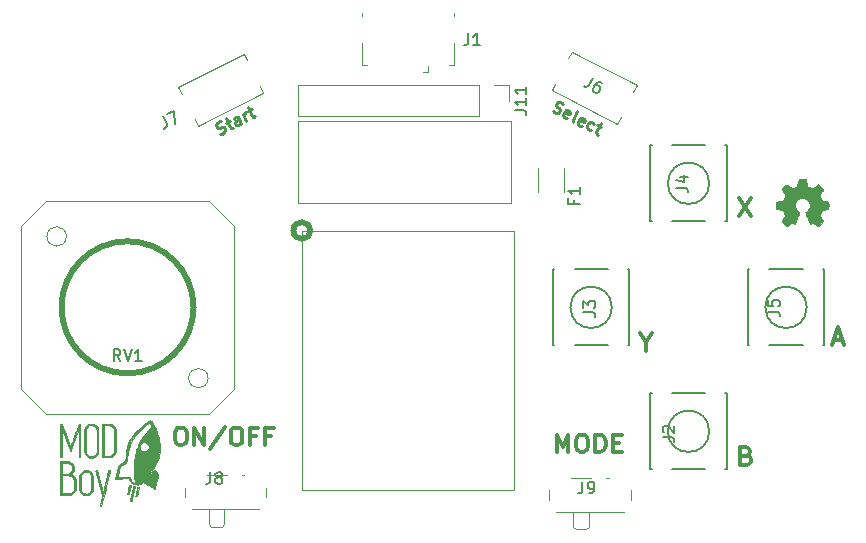
<source format=gbr>
G04 #@! TF.FileFunction,Legend,Top*
%FSLAX46Y46*%
G04 Gerber Fmt 4.6, Leading zero omitted, Abs format (unit mm)*
G04 Created by KiCad (PCBNEW 4.0.4-stable) date 07/06/18 22:39:36*
%MOMM*%
%LPD*%
G01*
G04 APERTURE LIST*
%ADD10C,0.100000*%
%ADD11C,0.300000*%
%ADD12C,0.250000*%
%ADD13C,0.120000*%
%ADD14C,0.150000*%
%ADD15C,0.500000*%
%ADD16C,0.010000*%
G04 APERTURE END LIST*
D10*
D11*
X150705714Y-95128571D02*
X150705714Y-93628571D01*
X151205714Y-94700000D01*
X151705714Y-93628571D01*
X151705714Y-95128571D01*
X152705714Y-93628571D02*
X152991428Y-93628571D01*
X153134286Y-93700000D01*
X153277143Y-93842857D01*
X153348571Y-94128571D01*
X153348571Y-94628571D01*
X153277143Y-94914286D01*
X153134286Y-95057143D01*
X152991428Y-95128571D01*
X152705714Y-95128571D01*
X152562857Y-95057143D01*
X152420000Y-94914286D01*
X152348571Y-94628571D01*
X152348571Y-94128571D01*
X152420000Y-93842857D01*
X152562857Y-93700000D01*
X152705714Y-93628571D01*
X153991429Y-95128571D02*
X153991429Y-93628571D01*
X154348572Y-93628571D01*
X154562857Y-93700000D01*
X154705715Y-93842857D01*
X154777143Y-93985714D01*
X154848572Y-94271429D01*
X154848572Y-94485714D01*
X154777143Y-94771429D01*
X154705715Y-94914286D01*
X154562857Y-95057143D01*
X154348572Y-95128571D01*
X153991429Y-95128571D01*
X155491429Y-94342857D02*
X155991429Y-94342857D01*
X156205715Y-95128571D02*
X155491429Y-95128571D01*
X155491429Y-93628571D01*
X156205715Y-93628571D01*
X118734285Y-93028571D02*
X119019999Y-93028571D01*
X119162857Y-93100000D01*
X119305714Y-93242857D01*
X119377142Y-93528571D01*
X119377142Y-94028571D01*
X119305714Y-94314286D01*
X119162857Y-94457143D01*
X119019999Y-94528571D01*
X118734285Y-94528571D01*
X118591428Y-94457143D01*
X118448571Y-94314286D01*
X118377142Y-94028571D01*
X118377142Y-93528571D01*
X118448571Y-93242857D01*
X118591428Y-93100000D01*
X118734285Y-93028571D01*
X120020000Y-94528571D02*
X120020000Y-93028571D01*
X120877143Y-94528571D01*
X120877143Y-93028571D01*
X122662857Y-92957143D02*
X121377143Y-94885714D01*
X123448572Y-93028571D02*
X123734286Y-93028571D01*
X123877144Y-93100000D01*
X124020001Y-93242857D01*
X124091429Y-93528571D01*
X124091429Y-94028571D01*
X124020001Y-94314286D01*
X123877144Y-94457143D01*
X123734286Y-94528571D01*
X123448572Y-94528571D01*
X123305715Y-94457143D01*
X123162858Y-94314286D01*
X123091429Y-94028571D01*
X123091429Y-93528571D01*
X123162858Y-93242857D01*
X123305715Y-93100000D01*
X123448572Y-93028571D01*
X125234287Y-93742857D02*
X124734287Y-93742857D01*
X124734287Y-94528571D02*
X124734287Y-93028571D01*
X125448573Y-93028571D01*
X126520001Y-93742857D02*
X126020001Y-93742857D01*
X126020001Y-94528571D02*
X126020001Y-93028571D01*
X126734287Y-93028571D01*
X166152001Y-73610571D02*
X167152001Y-75110571D01*
X167152001Y-73610571D02*
X166152001Y-75110571D01*
X158270000Y-85826286D02*
X158270000Y-86540571D01*
X157770000Y-85040571D02*
X158270000Y-85826286D01*
X158770000Y-85040571D01*
X166759143Y-95406857D02*
X166973429Y-95478286D01*
X167044857Y-95549714D01*
X167116286Y-95692571D01*
X167116286Y-95906857D01*
X167044857Y-96049714D01*
X166973429Y-96121143D01*
X166830571Y-96192571D01*
X166259143Y-96192571D01*
X166259143Y-94692571D01*
X166759143Y-94692571D01*
X166902000Y-94764000D01*
X166973429Y-94835429D01*
X167044857Y-94978286D01*
X167044857Y-95121143D01*
X166973429Y-95264000D01*
X166902000Y-95335429D01*
X166759143Y-95406857D01*
X166259143Y-95406857D01*
X174168857Y-85604000D02*
X174883143Y-85604000D01*
X174026000Y-86032571D02*
X174526000Y-84532571D01*
X175026000Y-86032571D01*
D12*
X122213176Y-68161678D02*
X122362081Y-68139251D01*
X122574226Y-68031158D01*
X122637465Y-67945492D01*
X122658275Y-67881444D01*
X122657467Y-67774968D01*
X122614230Y-67690110D01*
X122528564Y-67626871D01*
X122464516Y-67606061D01*
X122358040Y-67606869D01*
X122166705Y-67650914D01*
X122060229Y-67651723D01*
X121996181Y-67630912D01*
X121910515Y-67567673D01*
X121867278Y-67482816D01*
X121866470Y-67376339D01*
X121887280Y-67312292D01*
X121950519Y-67226626D01*
X122162664Y-67118533D01*
X122311569Y-67096106D01*
X122695854Y-67220967D02*
X123035285Y-67048019D01*
X122671810Y-66859110D02*
X123060945Y-67622830D01*
X123146611Y-67686069D01*
X123253087Y-67685261D01*
X123337945Y-67642023D01*
X124016808Y-67296125D02*
X123779004Y-66829407D01*
X123693338Y-66766168D01*
X123586861Y-66766976D01*
X123417145Y-66853451D01*
X123353906Y-66939117D01*
X123995190Y-67253697D02*
X123931951Y-67339363D01*
X123719806Y-67447456D01*
X123613329Y-67448264D01*
X123527663Y-67385025D01*
X123484426Y-67300167D01*
X123483618Y-67193691D01*
X123546857Y-67108025D01*
X123759002Y-66999932D01*
X123822241Y-66914266D01*
X124441097Y-67079940D02*
X124138436Y-66485935D01*
X124224910Y-66655650D02*
X124224102Y-66549174D01*
X124244912Y-66485127D01*
X124308152Y-66399461D01*
X124393010Y-66356223D01*
X124562725Y-66269749D02*
X124902156Y-66096800D01*
X124538682Y-65907891D02*
X124927817Y-66671611D01*
X125013483Y-66734850D01*
X125119959Y-66734042D01*
X125204817Y-66690805D01*
X150356156Y-66210618D02*
X150461824Y-66317902D01*
X150673969Y-66425996D01*
X150780446Y-66426804D01*
X150844493Y-66405994D01*
X150930159Y-66342755D01*
X150973396Y-66257897D01*
X150974204Y-66151421D01*
X150953394Y-66087373D01*
X150890156Y-66001707D01*
X150742058Y-65872803D01*
X150678819Y-65787137D01*
X150658008Y-65723090D01*
X150658817Y-65616613D01*
X150702054Y-65531756D01*
X150787720Y-65468516D01*
X150851767Y-65447706D01*
X150958244Y-65448515D01*
X151170389Y-65556608D01*
X151276057Y-65663892D01*
X151586594Y-66837557D02*
X151480118Y-66836749D01*
X151310402Y-66750274D01*
X151247163Y-66664608D01*
X151247971Y-66558132D01*
X151420920Y-66218701D01*
X151506586Y-66155461D01*
X151613062Y-66156270D01*
X151782779Y-66242745D01*
X151846018Y-66328410D01*
X151845209Y-66434887D01*
X151801972Y-66519745D01*
X151334445Y-66388417D01*
X152116551Y-67161028D02*
X152053312Y-67075362D01*
X152054120Y-66968886D01*
X152443255Y-66205166D01*
X152817033Y-67464497D02*
X152710556Y-67463689D01*
X152540840Y-67377214D01*
X152477601Y-67291548D01*
X152478409Y-67185072D01*
X152651358Y-66845640D01*
X152737024Y-66782401D01*
X152843501Y-66783209D01*
X153013217Y-66869684D01*
X153076456Y-66955350D01*
X153075648Y-67061826D01*
X153032410Y-67146685D01*
X152564884Y-67015356D01*
X153623181Y-67875250D02*
X153516705Y-67874442D01*
X153346989Y-67787967D01*
X153283750Y-67702301D01*
X153262940Y-67638254D01*
X153263748Y-67531778D01*
X153393460Y-67277204D01*
X153479126Y-67213965D01*
X153543173Y-67193154D01*
X153649649Y-67193963D01*
X153819366Y-67280437D01*
X153882605Y-67366103D01*
X154158796Y-67453386D02*
X154498227Y-67626335D01*
X154437413Y-67221240D02*
X154048278Y-67984960D01*
X154047470Y-68091436D01*
X154110709Y-68177102D01*
X154195567Y-68220339D01*
D10*
X128820000Y-74050000D02*
X128820000Y-67050000D01*
X146820000Y-67050000D02*
X146820000Y-74050000D01*
X128820000Y-67050000D02*
X146820000Y-67050000D01*
X128820000Y-74050000D02*
X146820000Y-74050000D01*
D13*
X128790000Y-64020000D02*
X128790000Y-66680000D01*
X144090000Y-64020000D02*
X128790000Y-64020000D01*
X144090000Y-66680000D02*
X128790000Y-66680000D01*
X144090000Y-64020000D02*
X144090000Y-66680000D01*
X145360000Y-64020000D02*
X146690000Y-64020000D01*
X146690000Y-64020000D02*
X146690000Y-65350000D01*
X151290000Y-71050000D02*
X151290000Y-73050000D01*
X149150000Y-73050000D02*
X149150000Y-71050000D01*
X142020000Y-62350000D02*
X141570000Y-62350000D01*
X142020000Y-60500000D02*
X142020000Y-62350000D01*
X134220000Y-57950000D02*
X134220000Y-58200000D01*
X142020000Y-57950000D02*
X142020000Y-58200000D01*
X134220000Y-60500000D02*
X134220000Y-62350000D01*
X134220000Y-62350000D02*
X134670000Y-62350000D01*
X139820000Y-62900000D02*
X139370000Y-62900000D01*
X139820000Y-62900000D02*
X139820000Y-62450000D01*
D14*
X163620714Y-93350000D02*
G75*
G03X163620714Y-93350000I-1750714J0D01*
G01*
X158645000Y-90125000D02*
X158770000Y-90125000D01*
X165095000Y-90125000D02*
X164970000Y-90125000D01*
X165095000Y-96575000D02*
X164970000Y-96575000D01*
X158770000Y-96575000D02*
X158645000Y-96575000D01*
X160470000Y-90125000D02*
X163270000Y-90125000D01*
X158645000Y-96575000D02*
X158645000Y-90125000D01*
X160470000Y-96575000D02*
X163270000Y-96575000D01*
X165095000Y-96575000D02*
X165095000Y-90125000D01*
X155370714Y-82850000D02*
G75*
G03X155370714Y-82850000I-1750714J0D01*
G01*
X150395000Y-79625000D02*
X150520000Y-79625000D01*
X156845000Y-79625000D02*
X156720000Y-79625000D01*
X156845000Y-86075000D02*
X156720000Y-86075000D01*
X150520000Y-86075000D02*
X150395000Y-86075000D01*
X152220000Y-79625000D02*
X155020000Y-79625000D01*
X150395000Y-86075000D02*
X150395000Y-79625000D01*
X152220000Y-86075000D02*
X155020000Y-86075000D01*
X156845000Y-86075000D02*
X156845000Y-79625000D01*
X163620714Y-72350000D02*
G75*
G03X163620714Y-72350000I-1750714J0D01*
G01*
X158645000Y-69125000D02*
X158770000Y-69125000D01*
X165095000Y-69125000D02*
X164970000Y-69125000D01*
X165095000Y-75575000D02*
X164970000Y-75575000D01*
X158770000Y-75575000D02*
X158645000Y-75575000D01*
X160470000Y-69125000D02*
X163270000Y-69125000D01*
X158645000Y-75575000D02*
X158645000Y-69125000D01*
X160470000Y-75575000D02*
X163270000Y-75575000D01*
X165095000Y-75575000D02*
X165095000Y-69125000D01*
X171870714Y-82850000D02*
G75*
G03X171870714Y-82850000I-1750714J0D01*
G01*
X166895000Y-79625000D02*
X167020000Y-79625000D01*
X173345000Y-79625000D02*
X173220000Y-79625000D01*
X173345000Y-86075000D02*
X173220000Y-86075000D01*
X167020000Y-86075000D02*
X166895000Y-86075000D01*
X168720000Y-79625000D02*
X171520000Y-79625000D01*
X166895000Y-86075000D02*
X166895000Y-79625000D01*
X168720000Y-86075000D02*
X171520000Y-86075000D01*
X173345000Y-86075000D02*
X173345000Y-79625000D01*
D13*
X124070000Y-97060000D02*
X124270000Y-97060000D01*
X121270000Y-101200000D02*
X121470000Y-101410000D01*
X122570000Y-101200000D02*
X122370000Y-101410000D01*
X121270000Y-99910000D02*
X121270000Y-101200000D01*
X121470000Y-101410000D02*
X122370000Y-101410000D01*
X122570000Y-101200000D02*
X122570000Y-99910000D01*
X119820000Y-99910000D02*
X125520000Y-99910000D01*
X121070000Y-97060000D02*
X122770000Y-97060000D01*
X119220000Y-98110000D02*
X119220000Y-98900000D01*
X126120000Y-98900000D02*
X126120000Y-98110000D01*
X154920000Y-97300000D02*
X155120000Y-97300000D01*
X152120000Y-101440000D02*
X152320000Y-101650000D01*
X153420000Y-101440000D02*
X153220000Y-101650000D01*
X152120000Y-100150000D02*
X152120000Y-101440000D01*
X152320000Y-101650000D02*
X153220000Y-101650000D01*
X153420000Y-101440000D02*
X153420000Y-100150000D01*
X150670000Y-100150000D02*
X156370000Y-100150000D01*
X151920000Y-97300000D02*
X153620000Y-97300000D01*
X150070000Y-98350000D02*
X150070000Y-99140000D01*
X156970000Y-99140000D02*
X156970000Y-98350000D01*
X157497003Y-64009008D02*
X157201909Y-64588163D01*
X155817238Y-67305733D02*
X156112332Y-66726578D01*
X150588091Y-63911837D02*
X150292997Y-64490992D01*
X151972762Y-61194267D02*
X151677668Y-61773422D01*
X157497003Y-64009008D02*
X151972762Y-61194267D01*
X150292997Y-64490992D02*
X155817238Y-67305733D01*
X124192238Y-61369267D02*
X124487332Y-61948422D01*
X125872003Y-64665992D02*
X125576909Y-64086837D01*
X120052668Y-66901578D02*
X120347762Y-67480733D01*
X118667997Y-64184008D02*
X118963091Y-64763163D01*
X124192238Y-61369267D02*
X118667997Y-64184008D01*
X120347762Y-67480733D02*
X125872003Y-64665992D01*
D15*
X129827107Y-76350000D02*
G75*
G03X129827107Y-76350000I-707107J0D01*
G01*
D10*
X129120000Y-98350000D02*
X129120000Y-76350000D01*
X147120000Y-98350000D02*
X129120000Y-98350000D01*
X147120000Y-76350000D02*
X147120000Y-98350000D01*
X129120000Y-76350000D02*
X147120000Y-76350000D01*
D15*
X119960170Y-82850000D02*
G75*
G03X119960170Y-82850000I-5590170J0D01*
G01*
D10*
X109195000Y-76850000D02*
G75*
G03X109195000Y-76850000I-825000J0D01*
G01*
X121195000Y-88850000D02*
G75*
G03X121195000Y-88850000I-825000J0D01*
G01*
X123370000Y-75971323D02*
X123370000Y-89728677D01*
X123370000Y-89728677D02*
X121248677Y-91850000D01*
X121248677Y-91850000D02*
X107491323Y-91850000D01*
X107491323Y-91850000D02*
X105370000Y-89728677D01*
X105370000Y-89728677D02*
X105370000Y-75971323D01*
X105370000Y-75971323D02*
X107491323Y-73850000D01*
X107491323Y-73850000D02*
X121248677Y-73850000D01*
X123370000Y-75971323D02*
X121248677Y-73850000D01*
D16*
G36*
X112017518Y-97530883D02*
X112063250Y-97692983D01*
X112106860Y-97847215D01*
X112147506Y-97990626D01*
X112184348Y-98120263D01*
X112216542Y-98233173D01*
X112243249Y-98326404D01*
X112263626Y-98397002D01*
X112276832Y-98442016D01*
X112281358Y-98456719D01*
X112285581Y-98466778D01*
X112290333Y-98470660D01*
X112296220Y-98466230D01*
X112303847Y-98451353D01*
X112313820Y-98423894D01*
X112326745Y-98381719D01*
X112343227Y-98322692D01*
X112363871Y-98244678D01*
X112389283Y-98145543D01*
X112420069Y-98023152D01*
X112456835Y-97875369D01*
X112500185Y-97700060D01*
X112528202Y-97586474D01*
X112756450Y-96660639D01*
X112824949Y-96660639D01*
X112867328Y-96661831D01*
X112885270Y-96669140D01*
X112886125Y-96688168D01*
X112882307Y-96704350D01*
X112876996Y-96725805D01*
X112864675Y-96775937D01*
X112845884Y-96852544D01*
X112821161Y-96953421D01*
X112791047Y-97076367D01*
X112756081Y-97219177D01*
X112716802Y-97379649D01*
X112673750Y-97555579D01*
X112627463Y-97744765D01*
X112578482Y-97945003D01*
X112527346Y-98154090D01*
X112511635Y-98218336D01*
X112152102Y-99688611D01*
X112085363Y-99693499D01*
X112044500Y-99693786D01*
X112020949Y-99688711D01*
X112018674Y-99685551D01*
X112022290Y-99667311D01*
X112032472Y-99622278D01*
X112048255Y-99554546D01*
X112068677Y-99468208D01*
X112092777Y-99367357D01*
X112119590Y-99256088D01*
X112121990Y-99246171D01*
X112149129Y-99132857D01*
X112173599Y-99028357D01*
X112194421Y-98937033D01*
X112210619Y-98863251D01*
X112221216Y-98811373D01*
X112225232Y-98785764D01*
X112225243Y-98785219D01*
X112221079Y-98766452D01*
X112209156Y-98720140D01*
X112190321Y-98649340D01*
X112165423Y-98557110D01*
X112135311Y-98446507D01*
X112100832Y-98320588D01*
X112062835Y-98182410D01*
X112022167Y-98035031D01*
X111979678Y-97881509D01*
X111936215Y-97724899D01*
X111892627Y-97568260D01*
X111849762Y-97414649D01*
X111808468Y-97267123D01*
X111769593Y-97128740D01*
X111733986Y-97002556D01*
X111702494Y-96891630D01*
X111675967Y-96799017D01*
X111655251Y-96727776D01*
X111643504Y-96688455D01*
X111642921Y-96670948D01*
X111659958Y-96662740D01*
X111701508Y-96660641D01*
X111703639Y-96660639D01*
X111772275Y-96660639D01*
X112017518Y-97530883D01*
X112017518Y-97530883D01*
G37*
X112017518Y-97530883D02*
X112063250Y-97692983D01*
X112106860Y-97847215D01*
X112147506Y-97990626D01*
X112184348Y-98120263D01*
X112216542Y-98233173D01*
X112243249Y-98326404D01*
X112263626Y-98397002D01*
X112276832Y-98442016D01*
X112281358Y-98456719D01*
X112285581Y-98466778D01*
X112290333Y-98470660D01*
X112296220Y-98466230D01*
X112303847Y-98451353D01*
X112313820Y-98423894D01*
X112326745Y-98381719D01*
X112343227Y-98322692D01*
X112363871Y-98244678D01*
X112389283Y-98145543D01*
X112420069Y-98023152D01*
X112456835Y-97875369D01*
X112500185Y-97700060D01*
X112528202Y-97586474D01*
X112756450Y-96660639D01*
X112824949Y-96660639D01*
X112867328Y-96661831D01*
X112885270Y-96669140D01*
X112886125Y-96688168D01*
X112882307Y-96704350D01*
X112876996Y-96725805D01*
X112864675Y-96775937D01*
X112845884Y-96852544D01*
X112821161Y-96953421D01*
X112791047Y-97076367D01*
X112756081Y-97219177D01*
X112716802Y-97379649D01*
X112673750Y-97555579D01*
X112627463Y-97744765D01*
X112578482Y-97945003D01*
X112527346Y-98154090D01*
X112511635Y-98218336D01*
X112152102Y-99688611D01*
X112085363Y-99693499D01*
X112044500Y-99693786D01*
X112020949Y-99688711D01*
X112018674Y-99685551D01*
X112022290Y-99667311D01*
X112032472Y-99622278D01*
X112048255Y-99554546D01*
X112068677Y-99468208D01*
X112092777Y-99367357D01*
X112119590Y-99256088D01*
X112121990Y-99246171D01*
X112149129Y-99132857D01*
X112173599Y-99028357D01*
X112194421Y-98937033D01*
X112210619Y-98863251D01*
X112221216Y-98811373D01*
X112225232Y-98785764D01*
X112225243Y-98785219D01*
X112221079Y-98766452D01*
X112209156Y-98720140D01*
X112190321Y-98649340D01*
X112165423Y-98557110D01*
X112135311Y-98446507D01*
X112100832Y-98320588D01*
X112062835Y-98182410D01*
X112022167Y-98035031D01*
X111979678Y-97881509D01*
X111936215Y-97724899D01*
X111892627Y-97568260D01*
X111849762Y-97414649D01*
X111808468Y-97267123D01*
X111769593Y-97128740D01*
X111733986Y-97002556D01*
X111702494Y-96891630D01*
X111675967Y-96799017D01*
X111655251Y-96727776D01*
X111643504Y-96688455D01*
X111642921Y-96670948D01*
X111659958Y-96662740D01*
X111701508Y-96660641D01*
X111703639Y-96660639D01*
X111772275Y-96660639D01*
X112017518Y-97530883D01*
G36*
X114938411Y-97973076D02*
X114948088Y-97974535D01*
X114987748Y-97984583D01*
X115004326Y-98001861D01*
X115006859Y-98022061D01*
X115003087Y-98045013D01*
X114992466Y-98094554D01*
X114976033Y-98166480D01*
X114954828Y-98256586D01*
X114929888Y-98360666D01*
X114902252Y-98474514D01*
X114872960Y-98593926D01*
X114843049Y-98714696D01*
X114813558Y-98832619D01*
X114785527Y-98943490D01*
X114759993Y-99043103D01*
X114737995Y-99127253D01*
X114720572Y-99191734D01*
X114708762Y-99232342D01*
X114705765Y-99241165D01*
X114691044Y-99268006D01*
X114668011Y-99279235D01*
X114627891Y-99277358D01*
X114597566Y-99272074D01*
X114569135Y-99256333D01*
X114561993Y-99238476D01*
X114565802Y-99217796D01*
X114576469Y-99170773D01*
X114592987Y-99101392D01*
X114614348Y-99013635D01*
X114639546Y-98911486D01*
X114667574Y-98798930D01*
X114697423Y-98679949D01*
X114728088Y-98558527D01*
X114758560Y-98438648D01*
X114787832Y-98324296D01*
X114814898Y-98219453D01*
X114838750Y-98128105D01*
X114858380Y-98054234D01*
X114872782Y-98001823D01*
X114880949Y-97974858D01*
X114882170Y-97972144D01*
X114900977Y-97969803D01*
X114938411Y-97973076D01*
X114938411Y-97973076D01*
G37*
X114938411Y-97973076D02*
X114948088Y-97974535D01*
X114987748Y-97984583D01*
X115004326Y-98001861D01*
X115006859Y-98022061D01*
X115003087Y-98045013D01*
X114992466Y-98094554D01*
X114976033Y-98166480D01*
X114954828Y-98256586D01*
X114929888Y-98360666D01*
X114902252Y-98474514D01*
X114872960Y-98593926D01*
X114843049Y-98714696D01*
X114813558Y-98832619D01*
X114785527Y-98943490D01*
X114759993Y-99043103D01*
X114737995Y-99127253D01*
X114720572Y-99191734D01*
X114708762Y-99232342D01*
X114705765Y-99241165D01*
X114691044Y-99268006D01*
X114668011Y-99279235D01*
X114627891Y-99277358D01*
X114597566Y-99272074D01*
X114569135Y-99256333D01*
X114561993Y-99238476D01*
X114565802Y-99217796D01*
X114576469Y-99170773D01*
X114592987Y-99101392D01*
X114614348Y-99013635D01*
X114639546Y-98911486D01*
X114667574Y-98798930D01*
X114697423Y-98679949D01*
X114728088Y-98558527D01*
X114758560Y-98438648D01*
X114787832Y-98324296D01*
X114814898Y-98219453D01*
X114838750Y-98128105D01*
X114858380Y-98054234D01*
X114872782Y-98001823D01*
X114880949Y-97974858D01*
X114882170Y-97972144D01*
X114900977Y-97969803D01*
X114938411Y-97973076D01*
G36*
X115235267Y-98049836D02*
X115270833Y-98057516D01*
X115287240Y-98061557D01*
X115352016Y-98077999D01*
X115254040Y-98470038D01*
X115156064Y-98862078D01*
X115108706Y-98866805D01*
X115071344Y-98866742D01*
X115049998Y-98860182D01*
X115042834Y-98847519D01*
X115040189Y-98825729D01*
X115042653Y-98791426D01*
X115050810Y-98741224D01*
X115065249Y-98671735D01*
X115086557Y-98579574D01*
X115115320Y-98461352D01*
X115127950Y-98410402D01*
X115153342Y-98308636D01*
X115176149Y-98217801D01*
X115195273Y-98142231D01*
X115209612Y-98086257D01*
X115218068Y-98054214D01*
X115219859Y-98048278D01*
X115235267Y-98049836D01*
X115235267Y-98049836D01*
G37*
X115235267Y-98049836D02*
X115270833Y-98057516D01*
X115287240Y-98061557D01*
X115352016Y-98077999D01*
X115254040Y-98470038D01*
X115156064Y-98862078D01*
X115108706Y-98866805D01*
X115071344Y-98866742D01*
X115049998Y-98860182D01*
X115042834Y-98847519D01*
X115040189Y-98825729D01*
X115042653Y-98791426D01*
X115050810Y-98741224D01*
X115065249Y-98671735D01*
X115086557Y-98579574D01*
X115115320Y-98461352D01*
X115127950Y-98410402D01*
X115153342Y-98308636D01*
X115176149Y-98217801D01*
X115195273Y-98142231D01*
X115209612Y-98086257D01*
X115218068Y-98054214D01*
X115219859Y-98048278D01*
X115235267Y-98049836D01*
G36*
X110958273Y-96644895D02*
X111080693Y-96682933D01*
X111172256Y-96732912D01*
X111266876Y-96812436D01*
X111339745Y-96912538D01*
X111382830Y-97006030D01*
X111391082Y-97029328D01*
X111397788Y-97052974D01*
X111403081Y-97080312D01*
X111407092Y-97114683D01*
X111409954Y-97159433D01*
X111411798Y-97217904D01*
X111412756Y-97293439D01*
X111412961Y-97389382D01*
X111412544Y-97509076D01*
X111411637Y-97655865D01*
X111411162Y-97723601D01*
X111406671Y-98353442D01*
X111362048Y-98448811D01*
X111295348Y-98555437D01*
X111206392Y-98643494D01*
X111100409Y-98710388D01*
X110982627Y-98753524D01*
X110858275Y-98770309D01*
X110736783Y-98759057D01*
X110619443Y-98718463D01*
X110512055Y-98650537D01*
X110419516Y-98559329D01*
X110346724Y-98448892D01*
X110336317Y-98427753D01*
X110294030Y-98337547D01*
X110294030Y-97856159D01*
X110429625Y-97856159D01*
X110429809Y-97982146D01*
X110430377Y-98083085D01*
X110431514Y-98162347D01*
X110433405Y-98223302D01*
X110436235Y-98269321D01*
X110440188Y-98303776D01*
X110445448Y-98330036D01*
X110452201Y-98351472D01*
X110460631Y-98371456D01*
X110467082Y-98385232D01*
X110529859Y-98483830D01*
X110612044Y-98558837D01*
X110710220Y-98608072D01*
X110820969Y-98629350D01*
X110850351Y-98630044D01*
X110912080Y-98626384D01*
X110968885Y-98617894D01*
X110996330Y-98610525D01*
X111092229Y-98559730D01*
X111175954Y-98485821D01*
X111231827Y-98408109D01*
X111279512Y-98321652D01*
X111279512Y-97081853D01*
X111231827Y-96995693D01*
X111162727Y-96901531D01*
X111074927Y-96831946D01*
X110971953Y-96788789D01*
X110857334Y-96773914D01*
X110813054Y-96775914D01*
X110699031Y-96801154D01*
X110600230Y-96853673D01*
X110519403Y-96931505D01*
X110462175Y-97026221D01*
X110453874Y-97045988D01*
X110447124Y-97067133D01*
X110441766Y-97093004D01*
X110437636Y-97126950D01*
X110434575Y-97172317D01*
X110432420Y-97232455D01*
X110431012Y-97310711D01*
X110430187Y-97410434D01*
X110429785Y-97534972D01*
X110429646Y-97687672D01*
X110429641Y-97701753D01*
X110429625Y-97856159D01*
X110294030Y-97856159D01*
X110294030Y-97065958D01*
X110336317Y-96975752D01*
X110406493Y-96859885D01*
X110495418Y-96766752D01*
X110599075Y-96697520D01*
X110713447Y-96653355D01*
X110834519Y-96635424D01*
X110958273Y-96644895D01*
X110958273Y-96644895D01*
G37*
X110958273Y-96644895D02*
X111080693Y-96682933D01*
X111172256Y-96732912D01*
X111266876Y-96812436D01*
X111339745Y-96912538D01*
X111382830Y-97006030D01*
X111391082Y-97029328D01*
X111397788Y-97052974D01*
X111403081Y-97080312D01*
X111407092Y-97114683D01*
X111409954Y-97159433D01*
X111411798Y-97217904D01*
X111412756Y-97293439D01*
X111412961Y-97389382D01*
X111412544Y-97509076D01*
X111411637Y-97655865D01*
X111411162Y-97723601D01*
X111406671Y-98353442D01*
X111362048Y-98448811D01*
X111295348Y-98555437D01*
X111206392Y-98643494D01*
X111100409Y-98710388D01*
X110982627Y-98753524D01*
X110858275Y-98770309D01*
X110736783Y-98759057D01*
X110619443Y-98718463D01*
X110512055Y-98650537D01*
X110419516Y-98559329D01*
X110346724Y-98448892D01*
X110336317Y-98427753D01*
X110294030Y-98337547D01*
X110294030Y-97856159D01*
X110429625Y-97856159D01*
X110429809Y-97982146D01*
X110430377Y-98083085D01*
X110431514Y-98162347D01*
X110433405Y-98223302D01*
X110436235Y-98269321D01*
X110440188Y-98303776D01*
X110445448Y-98330036D01*
X110452201Y-98351472D01*
X110460631Y-98371456D01*
X110467082Y-98385232D01*
X110529859Y-98483830D01*
X110612044Y-98558837D01*
X110710220Y-98608072D01*
X110820969Y-98629350D01*
X110850351Y-98630044D01*
X110912080Y-98626384D01*
X110968885Y-98617894D01*
X110996330Y-98610525D01*
X111092229Y-98559730D01*
X111175954Y-98485821D01*
X111231827Y-98408109D01*
X111279512Y-98321652D01*
X111279512Y-97081853D01*
X111231827Y-96995693D01*
X111162727Y-96901531D01*
X111074927Y-96831946D01*
X110971953Y-96788789D01*
X110857334Y-96773914D01*
X110813054Y-96775914D01*
X110699031Y-96801154D01*
X110600230Y-96853673D01*
X110519403Y-96931505D01*
X110462175Y-97026221D01*
X110453874Y-97045988D01*
X110447124Y-97067133D01*
X110441766Y-97093004D01*
X110437636Y-97126950D01*
X110434575Y-97172317D01*
X110432420Y-97232455D01*
X110431012Y-97310711D01*
X110430187Y-97410434D01*
X110429785Y-97534972D01*
X110429646Y-97687672D01*
X110429641Y-97701753D01*
X110429625Y-97856159D01*
X110294030Y-97856159D01*
X110294030Y-97065958D01*
X110336317Y-96975752D01*
X110406493Y-96859885D01*
X110495418Y-96766752D01*
X110599075Y-96697520D01*
X110713447Y-96653355D01*
X110834519Y-96635424D01*
X110958273Y-96644895D01*
G36*
X109026414Y-95884217D02*
X109372128Y-95889757D01*
X109476197Y-95939063D01*
X109538635Y-95972045D01*
X109598182Y-96009119D01*
X109637745Y-96038836D01*
X109717201Y-96127513D01*
X109780464Y-96235901D01*
X109823131Y-96354285D01*
X109840796Y-96472949D01*
X109841026Y-96487264D01*
X109829766Y-96586547D01*
X109798812Y-96690233D01*
X109752403Y-96789195D01*
X109694780Y-96874305D01*
X109633505Y-96934021D01*
X109602815Y-96959299D01*
X109587206Y-96977218D01*
X109586708Y-96979111D01*
X109599844Y-96991288D01*
X109633082Y-97010030D01*
X109652930Y-97019465D01*
X109733764Y-97069557D01*
X109812581Y-97142960D01*
X109881838Y-97231679D01*
X109925122Y-97307953D01*
X109976133Y-97415645D01*
X109981652Y-97779909D01*
X109982850Y-97935520D01*
X109981332Y-98062918D01*
X109977130Y-98161030D01*
X109970274Y-98228787D01*
X109968253Y-98240331D01*
X109926674Y-98374961D01*
X109859636Y-98492457D01*
X109769681Y-98590217D01*
X109659354Y-98665638D01*
X109531197Y-98716119D01*
X109494531Y-98724995D01*
X109451558Y-98730597D01*
X109382131Y-98735395D01*
X109291582Y-98739175D01*
X109185241Y-98741727D01*
X109068438Y-98742836D01*
X109045501Y-98742866D01*
X108680701Y-98742866D01*
X108680701Y-97089800D01*
X108823755Y-97089800D01*
X108823755Y-98602035D01*
X109169468Y-98596950D01*
X109284028Y-98595076D01*
X109371563Y-98592951D01*
X109436841Y-98590103D01*
X109484627Y-98586060D01*
X109519685Y-98580348D01*
X109546782Y-98572495D01*
X109570683Y-98562028D01*
X109582313Y-98555994D01*
X109679797Y-98487117D01*
X109760305Y-98396583D01*
X109802954Y-98323276D01*
X109814606Y-98297102D01*
X109823580Y-98271918D01*
X109830226Y-98243279D01*
X109834896Y-98206738D01*
X109837941Y-98157846D01*
X109839713Y-98092156D01*
X109840563Y-98005222D01*
X109840842Y-97892596D01*
X109840871Y-97843371D01*
X109841026Y-97444565D01*
X109792216Y-97346886D01*
X109729557Y-97249088D01*
X109649861Y-97176134D01*
X109548000Y-97123394D01*
X109542401Y-97121267D01*
X109509431Y-97110236D01*
X109474320Y-97102085D01*
X109431719Y-97096394D01*
X109376279Y-97092745D01*
X109302652Y-97090718D01*
X109205490Y-97089893D01*
X109141056Y-97089800D01*
X108823755Y-97089800D01*
X108680701Y-97089800D01*
X108680701Y-96949372D01*
X108823755Y-96949372D01*
X109097941Y-96943980D01*
X109199685Y-96941640D01*
X109275275Y-96938758D01*
X109330349Y-96934654D01*
X109370542Y-96928649D01*
X109401492Y-96920063D01*
X109428833Y-96908217D01*
X109439239Y-96902832D01*
X109543032Y-96833431D01*
X109621020Y-96748437D01*
X109659936Y-96682429D01*
X109696574Y-96573622D01*
X109703915Y-96462314D01*
X109683586Y-96353349D01*
X109637220Y-96251573D01*
X109566445Y-96161832D01*
X109472893Y-96088973D01*
X109457254Y-96079942D01*
X109425376Y-96062826D01*
X109397046Y-96050343D01*
X109366430Y-96041642D01*
X109327695Y-96035872D01*
X109275008Y-96032180D01*
X109202535Y-96029717D01*
X109104444Y-96027630D01*
X109097941Y-96027505D01*
X108823755Y-96022218D01*
X108823755Y-96949372D01*
X108680701Y-96949372D01*
X108680701Y-95878677D01*
X109026414Y-95884217D01*
X109026414Y-95884217D01*
G37*
X109026414Y-95884217D02*
X109372128Y-95889757D01*
X109476197Y-95939063D01*
X109538635Y-95972045D01*
X109598182Y-96009119D01*
X109637745Y-96038836D01*
X109717201Y-96127513D01*
X109780464Y-96235901D01*
X109823131Y-96354285D01*
X109840796Y-96472949D01*
X109841026Y-96487264D01*
X109829766Y-96586547D01*
X109798812Y-96690233D01*
X109752403Y-96789195D01*
X109694780Y-96874305D01*
X109633505Y-96934021D01*
X109602815Y-96959299D01*
X109587206Y-96977218D01*
X109586708Y-96979111D01*
X109599844Y-96991288D01*
X109633082Y-97010030D01*
X109652930Y-97019465D01*
X109733764Y-97069557D01*
X109812581Y-97142960D01*
X109881838Y-97231679D01*
X109925122Y-97307953D01*
X109976133Y-97415645D01*
X109981652Y-97779909D01*
X109982850Y-97935520D01*
X109981332Y-98062918D01*
X109977130Y-98161030D01*
X109970274Y-98228787D01*
X109968253Y-98240331D01*
X109926674Y-98374961D01*
X109859636Y-98492457D01*
X109769681Y-98590217D01*
X109659354Y-98665638D01*
X109531197Y-98716119D01*
X109494531Y-98724995D01*
X109451558Y-98730597D01*
X109382131Y-98735395D01*
X109291582Y-98739175D01*
X109185241Y-98741727D01*
X109068438Y-98742836D01*
X109045501Y-98742866D01*
X108680701Y-98742866D01*
X108680701Y-97089800D01*
X108823755Y-97089800D01*
X108823755Y-98602035D01*
X109169468Y-98596950D01*
X109284028Y-98595076D01*
X109371563Y-98592951D01*
X109436841Y-98590103D01*
X109484627Y-98586060D01*
X109519685Y-98580348D01*
X109546782Y-98572495D01*
X109570683Y-98562028D01*
X109582313Y-98555994D01*
X109679797Y-98487117D01*
X109760305Y-98396583D01*
X109802954Y-98323276D01*
X109814606Y-98297102D01*
X109823580Y-98271918D01*
X109830226Y-98243279D01*
X109834896Y-98206738D01*
X109837941Y-98157846D01*
X109839713Y-98092156D01*
X109840563Y-98005222D01*
X109840842Y-97892596D01*
X109840871Y-97843371D01*
X109841026Y-97444565D01*
X109792216Y-97346886D01*
X109729557Y-97249088D01*
X109649861Y-97176134D01*
X109548000Y-97123394D01*
X109542401Y-97121267D01*
X109509431Y-97110236D01*
X109474320Y-97102085D01*
X109431719Y-97096394D01*
X109376279Y-97092745D01*
X109302652Y-97090718D01*
X109205490Y-97089893D01*
X109141056Y-97089800D01*
X108823755Y-97089800D01*
X108680701Y-97089800D01*
X108680701Y-96949372D01*
X108823755Y-96949372D01*
X109097941Y-96943980D01*
X109199685Y-96941640D01*
X109275275Y-96938758D01*
X109330349Y-96934654D01*
X109370542Y-96928649D01*
X109401492Y-96920063D01*
X109428833Y-96908217D01*
X109439239Y-96902832D01*
X109543032Y-96833431D01*
X109621020Y-96748437D01*
X109659936Y-96682429D01*
X109696574Y-96573622D01*
X109703915Y-96462314D01*
X109683586Y-96353349D01*
X109637220Y-96251573D01*
X109566445Y-96161832D01*
X109472893Y-96088973D01*
X109457254Y-96079942D01*
X109425376Y-96062826D01*
X109397046Y-96050343D01*
X109366430Y-96041642D01*
X109327695Y-96035872D01*
X109275008Y-96032180D01*
X109202535Y-96029717D01*
X109104444Y-96027630D01*
X109097941Y-96027505D01*
X108823755Y-96022218D01*
X108823755Y-96949372D01*
X108680701Y-96949372D01*
X108680701Y-95878677D01*
X109026414Y-95884217D01*
G36*
X114595972Y-97888771D02*
X114639397Y-97905112D01*
X114656413Y-97927155D01*
X114657172Y-97934743D01*
X114653361Y-97959614D01*
X114642861Y-98009577D01*
X114627069Y-98078978D01*
X114607383Y-98162165D01*
X114585202Y-98253485D01*
X114561922Y-98347285D01*
X114538942Y-98437912D01*
X114517659Y-98519715D01*
X114499472Y-98587040D01*
X114485778Y-98634234D01*
X114479935Y-98651471D01*
X114459071Y-98682692D01*
X114425351Y-98693343D01*
X114371832Y-98685441D01*
X114367090Y-98684225D01*
X114343506Y-98670392D01*
X114339274Y-98660685D01*
X114343038Y-98641372D01*
X114353624Y-98595618D01*
X114369973Y-98527775D01*
X114391025Y-98442200D01*
X114415722Y-98343246D01*
X114437024Y-98258825D01*
X114534773Y-97873237D01*
X114595972Y-97888771D01*
X114595972Y-97888771D01*
G37*
X114595972Y-97888771D02*
X114639397Y-97905112D01*
X114656413Y-97927155D01*
X114657172Y-97934743D01*
X114653361Y-97959614D01*
X114642861Y-98009577D01*
X114627069Y-98078978D01*
X114607383Y-98162165D01*
X114585202Y-98253485D01*
X114561922Y-98347285D01*
X114538942Y-98437912D01*
X114517659Y-98519715D01*
X114499472Y-98587040D01*
X114485778Y-98634234D01*
X114479935Y-98651471D01*
X114459071Y-98682692D01*
X114425351Y-98693343D01*
X114371832Y-98685441D01*
X114367090Y-98684225D01*
X114343506Y-98670392D01*
X114339274Y-98660685D01*
X114343038Y-98641372D01*
X114353624Y-98595618D01*
X114369973Y-98527775D01*
X114391025Y-98442200D01*
X114415722Y-98343246D01*
X114437024Y-98258825D01*
X114534773Y-97873237D01*
X114595972Y-97888771D01*
G36*
X116356810Y-92443029D02*
X116395090Y-92465212D01*
X116427069Y-92500664D01*
X116467980Y-92562081D01*
X116515969Y-92645523D01*
X116569182Y-92747053D01*
X116625766Y-92862729D01*
X116683867Y-92988614D01*
X116741631Y-93120768D01*
X116797205Y-93255251D01*
X116848736Y-93388125D01*
X116894369Y-93515450D01*
X116907033Y-93553192D01*
X117002987Y-93886550D01*
X117068355Y-94211463D01*
X117103151Y-94528106D01*
X117107388Y-94836656D01*
X117081078Y-95137288D01*
X117040628Y-95360735D01*
X116996283Y-95541252D01*
X116945201Y-95711385D01*
X116885232Y-95875540D01*
X116814225Y-96038125D01*
X116730029Y-96203548D01*
X116630494Y-96376216D01*
X116513469Y-96560536D01*
X116376802Y-96760916D01*
X116314403Y-96849003D01*
X116278429Y-96902073D01*
X116252316Y-96945975D01*
X116239799Y-96974152D01*
X116239700Y-96980136D01*
X116254284Y-96992280D01*
X116276531Y-96989678D01*
X116309177Y-96970397D01*
X116354958Y-96932507D01*
X116416611Y-96874075D01*
X116479706Y-96810725D01*
X116659869Y-96627019D01*
X116709391Y-96655750D01*
X116768237Y-96702123D01*
X116827316Y-96769713D01*
X116878905Y-96848957D01*
X116900555Y-96892380D01*
X116928683Y-96991861D01*
X116934648Y-97110687D01*
X116918553Y-97245510D01*
X116885860Y-97375908D01*
X116867626Y-97438437D01*
X116843926Y-97524378D01*
X116816752Y-97626241D01*
X116788099Y-97736535D01*
X116759961Y-97847770D01*
X116755759Y-97864675D01*
X116728725Y-97970450D01*
X116704063Y-98060675D01*
X116682873Y-98131703D01*
X116666259Y-98179887D01*
X116655321Y-98201581D01*
X116653684Y-98202441D01*
X116634618Y-98194527D01*
X116593388Y-98172613D01*
X116534856Y-98139438D01*
X116463884Y-98097743D01*
X116405243Y-98062423D01*
X116307555Y-98002650D01*
X116194681Y-97933058D01*
X116078274Y-97860861D01*
X115969989Y-97793275D01*
X115931180Y-97768909D01*
X115687229Y-97615412D01*
X115565598Y-97717933D01*
X115460444Y-97796582D01*
X115365590Y-97846274D01*
X115279730Y-97867649D01*
X115257979Y-97868649D01*
X115209252Y-97863799D01*
X115139313Y-97850607D01*
X115055458Y-97831106D01*
X114964986Y-97807328D01*
X114875195Y-97781308D01*
X114793381Y-97755079D01*
X114726843Y-97730674D01*
X114682877Y-97710128D01*
X114677978Y-97707032D01*
X114628955Y-97662560D01*
X114582482Y-97596177D01*
X114536660Y-97504635D01*
X114489924Y-97385625D01*
X114462121Y-97307921D01*
X114277512Y-97318639D01*
X114192428Y-97323701D01*
X114108132Y-97328924D01*
X114035969Y-97333596D01*
X113997535Y-97336242D01*
X113839923Y-97347442D01*
X113701454Y-97356861D01*
X113569591Y-97365339D01*
X113492872Y-97370054D01*
X113417624Y-97374386D01*
X113368523Y-97375911D01*
X113339989Y-97373812D01*
X113326440Y-97367271D01*
X113322296Y-97355469D01*
X113322003Y-97345003D01*
X113325927Y-97316415D01*
X113336930Y-97261729D01*
X113338929Y-97252728D01*
X113549095Y-97252728D01*
X113813052Y-97241665D01*
X113903583Y-97237595D01*
X113984704Y-97233434D01*
X114050328Y-97229534D01*
X114094368Y-97226248D01*
X114108799Y-97224558D01*
X114136180Y-97221545D01*
X114188191Y-97217647D01*
X114257699Y-97213341D01*
X114337573Y-97209102D01*
X114348639Y-97208567D01*
X114556689Y-97198619D01*
X114593729Y-97328704D01*
X114633336Y-97438766D01*
X114685522Y-97540731D01*
X114745484Y-97626433D01*
X114801991Y-97682801D01*
X114848901Y-97709752D01*
X114900090Y-97724294D01*
X114946267Y-97725459D01*
X114978140Y-97712281D01*
X114985174Y-97701862D01*
X114985962Y-97677245D01*
X114981027Y-97629033D01*
X114971308Y-97564712D01*
X114960807Y-97507149D01*
X114944810Y-97417669D01*
X114928195Y-97311833D01*
X114913270Y-97204940D01*
X114905041Y-97137485D01*
X114897565Y-97050428D01*
X114891576Y-96940010D01*
X114887130Y-96813051D01*
X114884281Y-96676370D01*
X114883086Y-96536785D01*
X114883599Y-96401116D01*
X114885876Y-96276182D01*
X114889971Y-96168802D01*
X114895939Y-96085794D01*
X114896492Y-96080476D01*
X114927712Y-95820405D01*
X114963512Y-95585553D01*
X115005423Y-95369497D01*
X115054973Y-95165815D01*
X115113693Y-94968081D01*
X115183111Y-94769874D01*
X115228241Y-94655257D01*
X115388643Y-94655257D01*
X115401629Y-94758966D01*
X115421648Y-94816851D01*
X115454363Y-94874466D01*
X115500304Y-94932548D01*
X115551863Y-94983293D01*
X115601435Y-95018894D01*
X115629793Y-95030400D01*
X115709336Y-95045812D01*
X115770228Y-95051568D01*
X115824103Y-95047674D01*
X115882597Y-95034133D01*
X115895086Y-95030502D01*
X115969946Y-94996783D01*
X116041509Y-94944568D01*
X116101524Y-94881556D01*
X116141740Y-94815447D01*
X116149613Y-94792992D01*
X116165816Y-94678063D01*
X116151784Y-94567522D01*
X116108543Y-94465549D01*
X116051047Y-94390253D01*
X115967559Y-94321910D01*
X115875262Y-94283456D01*
X115786518Y-94273229D01*
X115677636Y-94287336D01*
X115582029Y-94326859D01*
X115502512Y-94387606D01*
X115441899Y-94465383D01*
X115403004Y-94555998D01*
X115388643Y-94655257D01*
X115228241Y-94655257D01*
X115247476Y-94606408D01*
X115349199Y-94373351D01*
X115456390Y-94158074D01*
X115572641Y-93955192D01*
X115701540Y-93759322D01*
X115846677Y-93565080D01*
X116011643Y-93367082D01*
X116200026Y-93159943D01*
X116239987Y-93117826D01*
X116296157Y-93058352D01*
X116343499Y-93007008D01*
X116378094Y-92968137D01*
X116396028Y-92946083D01*
X116397660Y-92942983D01*
X116391504Y-92925216D01*
X116374955Y-92885362D01*
X116350890Y-92830222D01*
X116334392Y-92793408D01*
X116306042Y-92731941D01*
X116282314Y-92690466D01*
X116258031Y-92668556D01*
X116228017Y-92665782D01*
X116187094Y-92681720D01*
X116130087Y-92715940D01*
X116051819Y-92768016D01*
X116049064Y-92769867D01*
X115752805Y-92984685D01*
X115485173Y-93212320D01*
X115245296Y-93453735D01*
X115032303Y-93709893D01*
X114845323Y-93981757D01*
X114683485Y-94270291D01*
X114672498Y-94292303D01*
X114606876Y-94433787D01*
X114550278Y-94576440D01*
X114501542Y-94724942D01*
X114459504Y-94883971D01*
X114423001Y-95058208D01*
X114390869Y-95252331D01*
X114361946Y-95471019D01*
X114347330Y-95600243D01*
X114326567Y-95744899D01*
X114296891Y-95862270D01*
X114255717Y-95956226D01*
X114200462Y-96030637D01*
X114128541Y-96089371D01*
X114037369Y-96136298D01*
X113973437Y-96160035D01*
X113871424Y-96203709D01*
X113795938Y-96259647D01*
X113742829Y-96331781D01*
X113712725Y-96406907D01*
X113697549Y-96464391D01*
X113678550Y-96545985D01*
X113657196Y-96644452D01*
X113634958Y-96752555D01*
X113613303Y-96863059D01*
X113593701Y-96968726D01*
X113577622Y-97062320D01*
X113570854Y-97105743D01*
X113549095Y-97252728D01*
X113338929Y-97252728D01*
X113353857Y-97185549D01*
X113375551Y-97092481D01*
X113400857Y-96987130D01*
X113428619Y-96874103D01*
X113457682Y-96758004D01*
X113486889Y-96643439D01*
X113515087Y-96535013D01*
X113541118Y-96437333D01*
X113563828Y-96355003D01*
X113582060Y-96292630D01*
X113594660Y-96254819D01*
X113596849Y-96249626D01*
X113649255Y-96166694D01*
X113719446Y-96097600D01*
X113794787Y-96052888D01*
X113841169Y-96033943D01*
X113902826Y-96008924D01*
X113959417Y-95986067D01*
X114020857Y-95956723D01*
X114077110Y-95922086D01*
X114112506Y-95892923D01*
X114135640Y-95866872D01*
X114154250Y-95840257D01*
X114169112Y-95809080D01*
X114181004Y-95769341D01*
X114190705Y-95717041D01*
X114198990Y-95648180D01*
X114206637Y-95558760D01*
X114214424Y-95444782D01*
X114221266Y-95333417D01*
X114226414Y-95250842D01*
X114231139Y-95186194D01*
X114236593Y-95126754D01*
X114243929Y-95059804D01*
X114252959Y-94983730D01*
X114286574Y-94799208D01*
X114344414Y-94598574D01*
X114425439Y-94385009D01*
X114507279Y-94204881D01*
X114617526Y-93996709D01*
X114742287Y-93797007D01*
X114883709Y-93603471D01*
X115043938Y-93413798D01*
X115225122Y-93225684D01*
X115429407Y-93036824D01*
X115658942Y-92844914D01*
X115915872Y-92647650D01*
X116047973Y-92551523D01*
X116146553Y-92487339D01*
X116229148Y-92448294D01*
X116298365Y-92433740D01*
X116356810Y-92443029D01*
X116356810Y-92443029D01*
G37*
X116356810Y-92443029D02*
X116395090Y-92465212D01*
X116427069Y-92500664D01*
X116467980Y-92562081D01*
X116515969Y-92645523D01*
X116569182Y-92747053D01*
X116625766Y-92862729D01*
X116683867Y-92988614D01*
X116741631Y-93120768D01*
X116797205Y-93255251D01*
X116848736Y-93388125D01*
X116894369Y-93515450D01*
X116907033Y-93553192D01*
X117002987Y-93886550D01*
X117068355Y-94211463D01*
X117103151Y-94528106D01*
X117107388Y-94836656D01*
X117081078Y-95137288D01*
X117040628Y-95360735D01*
X116996283Y-95541252D01*
X116945201Y-95711385D01*
X116885232Y-95875540D01*
X116814225Y-96038125D01*
X116730029Y-96203548D01*
X116630494Y-96376216D01*
X116513469Y-96560536D01*
X116376802Y-96760916D01*
X116314403Y-96849003D01*
X116278429Y-96902073D01*
X116252316Y-96945975D01*
X116239799Y-96974152D01*
X116239700Y-96980136D01*
X116254284Y-96992280D01*
X116276531Y-96989678D01*
X116309177Y-96970397D01*
X116354958Y-96932507D01*
X116416611Y-96874075D01*
X116479706Y-96810725D01*
X116659869Y-96627019D01*
X116709391Y-96655750D01*
X116768237Y-96702123D01*
X116827316Y-96769713D01*
X116878905Y-96848957D01*
X116900555Y-96892380D01*
X116928683Y-96991861D01*
X116934648Y-97110687D01*
X116918553Y-97245510D01*
X116885860Y-97375908D01*
X116867626Y-97438437D01*
X116843926Y-97524378D01*
X116816752Y-97626241D01*
X116788099Y-97736535D01*
X116759961Y-97847770D01*
X116755759Y-97864675D01*
X116728725Y-97970450D01*
X116704063Y-98060675D01*
X116682873Y-98131703D01*
X116666259Y-98179887D01*
X116655321Y-98201581D01*
X116653684Y-98202441D01*
X116634618Y-98194527D01*
X116593388Y-98172613D01*
X116534856Y-98139438D01*
X116463884Y-98097743D01*
X116405243Y-98062423D01*
X116307555Y-98002650D01*
X116194681Y-97933058D01*
X116078274Y-97860861D01*
X115969989Y-97793275D01*
X115931180Y-97768909D01*
X115687229Y-97615412D01*
X115565598Y-97717933D01*
X115460444Y-97796582D01*
X115365590Y-97846274D01*
X115279730Y-97867649D01*
X115257979Y-97868649D01*
X115209252Y-97863799D01*
X115139313Y-97850607D01*
X115055458Y-97831106D01*
X114964986Y-97807328D01*
X114875195Y-97781308D01*
X114793381Y-97755079D01*
X114726843Y-97730674D01*
X114682877Y-97710128D01*
X114677978Y-97707032D01*
X114628955Y-97662560D01*
X114582482Y-97596177D01*
X114536660Y-97504635D01*
X114489924Y-97385625D01*
X114462121Y-97307921D01*
X114277512Y-97318639D01*
X114192428Y-97323701D01*
X114108132Y-97328924D01*
X114035969Y-97333596D01*
X113997535Y-97336242D01*
X113839923Y-97347442D01*
X113701454Y-97356861D01*
X113569591Y-97365339D01*
X113492872Y-97370054D01*
X113417624Y-97374386D01*
X113368523Y-97375911D01*
X113339989Y-97373812D01*
X113326440Y-97367271D01*
X113322296Y-97355469D01*
X113322003Y-97345003D01*
X113325927Y-97316415D01*
X113336930Y-97261729D01*
X113338929Y-97252728D01*
X113549095Y-97252728D01*
X113813052Y-97241665D01*
X113903583Y-97237595D01*
X113984704Y-97233434D01*
X114050328Y-97229534D01*
X114094368Y-97226248D01*
X114108799Y-97224558D01*
X114136180Y-97221545D01*
X114188191Y-97217647D01*
X114257699Y-97213341D01*
X114337573Y-97209102D01*
X114348639Y-97208567D01*
X114556689Y-97198619D01*
X114593729Y-97328704D01*
X114633336Y-97438766D01*
X114685522Y-97540731D01*
X114745484Y-97626433D01*
X114801991Y-97682801D01*
X114848901Y-97709752D01*
X114900090Y-97724294D01*
X114946267Y-97725459D01*
X114978140Y-97712281D01*
X114985174Y-97701862D01*
X114985962Y-97677245D01*
X114981027Y-97629033D01*
X114971308Y-97564712D01*
X114960807Y-97507149D01*
X114944810Y-97417669D01*
X114928195Y-97311833D01*
X114913270Y-97204940D01*
X114905041Y-97137485D01*
X114897565Y-97050428D01*
X114891576Y-96940010D01*
X114887130Y-96813051D01*
X114884281Y-96676370D01*
X114883086Y-96536785D01*
X114883599Y-96401116D01*
X114885876Y-96276182D01*
X114889971Y-96168802D01*
X114895939Y-96085794D01*
X114896492Y-96080476D01*
X114927712Y-95820405D01*
X114963512Y-95585553D01*
X115005423Y-95369497D01*
X115054973Y-95165815D01*
X115113693Y-94968081D01*
X115183111Y-94769874D01*
X115228241Y-94655257D01*
X115388643Y-94655257D01*
X115401629Y-94758966D01*
X115421648Y-94816851D01*
X115454363Y-94874466D01*
X115500304Y-94932548D01*
X115551863Y-94983293D01*
X115601435Y-95018894D01*
X115629793Y-95030400D01*
X115709336Y-95045812D01*
X115770228Y-95051568D01*
X115824103Y-95047674D01*
X115882597Y-95034133D01*
X115895086Y-95030502D01*
X115969946Y-94996783D01*
X116041509Y-94944568D01*
X116101524Y-94881556D01*
X116141740Y-94815447D01*
X116149613Y-94792992D01*
X116165816Y-94678063D01*
X116151784Y-94567522D01*
X116108543Y-94465549D01*
X116051047Y-94390253D01*
X115967559Y-94321910D01*
X115875262Y-94283456D01*
X115786518Y-94273229D01*
X115677636Y-94287336D01*
X115582029Y-94326859D01*
X115502512Y-94387606D01*
X115441899Y-94465383D01*
X115403004Y-94555998D01*
X115388643Y-94655257D01*
X115228241Y-94655257D01*
X115247476Y-94606408D01*
X115349199Y-94373351D01*
X115456390Y-94158074D01*
X115572641Y-93955192D01*
X115701540Y-93759322D01*
X115846677Y-93565080D01*
X116011643Y-93367082D01*
X116200026Y-93159943D01*
X116239987Y-93117826D01*
X116296157Y-93058352D01*
X116343499Y-93007008D01*
X116378094Y-92968137D01*
X116396028Y-92946083D01*
X116397660Y-92942983D01*
X116391504Y-92925216D01*
X116374955Y-92885362D01*
X116350890Y-92830222D01*
X116334392Y-92793408D01*
X116306042Y-92731941D01*
X116282314Y-92690466D01*
X116258031Y-92668556D01*
X116228017Y-92665782D01*
X116187094Y-92681720D01*
X116130087Y-92715940D01*
X116051819Y-92768016D01*
X116049064Y-92769867D01*
X115752805Y-92984685D01*
X115485173Y-93212320D01*
X115245296Y-93453735D01*
X115032303Y-93709893D01*
X114845323Y-93981757D01*
X114683485Y-94270291D01*
X114672498Y-94292303D01*
X114606876Y-94433787D01*
X114550278Y-94576440D01*
X114501542Y-94724942D01*
X114459504Y-94883971D01*
X114423001Y-95058208D01*
X114390869Y-95252331D01*
X114361946Y-95471019D01*
X114347330Y-95600243D01*
X114326567Y-95744899D01*
X114296891Y-95862270D01*
X114255717Y-95956226D01*
X114200462Y-96030637D01*
X114128541Y-96089371D01*
X114037369Y-96136298D01*
X113973437Y-96160035D01*
X113871424Y-96203709D01*
X113795938Y-96259647D01*
X113742829Y-96331781D01*
X113712725Y-96406907D01*
X113697549Y-96464391D01*
X113678550Y-96545985D01*
X113657196Y-96644452D01*
X113634958Y-96752555D01*
X113613303Y-96863059D01*
X113593701Y-96968726D01*
X113577622Y-97062320D01*
X113570854Y-97105743D01*
X113549095Y-97252728D01*
X113338929Y-97252728D01*
X113353857Y-97185549D01*
X113375551Y-97092481D01*
X113400857Y-96987130D01*
X113428619Y-96874103D01*
X113457682Y-96758004D01*
X113486889Y-96643439D01*
X113515087Y-96535013D01*
X113541118Y-96437333D01*
X113563828Y-96355003D01*
X113582060Y-96292630D01*
X113594660Y-96254819D01*
X113596849Y-96249626D01*
X113649255Y-96166694D01*
X113719446Y-96097600D01*
X113794787Y-96052888D01*
X113841169Y-96033943D01*
X113902826Y-96008924D01*
X113959417Y-95986067D01*
X114020857Y-95956723D01*
X114077110Y-95922086D01*
X114112506Y-95892923D01*
X114135640Y-95866872D01*
X114154250Y-95840257D01*
X114169112Y-95809080D01*
X114181004Y-95769341D01*
X114190705Y-95717041D01*
X114198990Y-95648180D01*
X114206637Y-95558760D01*
X114214424Y-95444782D01*
X114221266Y-95333417D01*
X114226414Y-95250842D01*
X114231139Y-95186194D01*
X114236593Y-95126754D01*
X114243929Y-95059804D01*
X114252959Y-94983730D01*
X114286574Y-94799208D01*
X114344414Y-94598574D01*
X114425439Y-94385009D01*
X114507279Y-94204881D01*
X114617526Y-93996709D01*
X114742287Y-93797007D01*
X114883709Y-93603471D01*
X115043938Y-93413798D01*
X115225122Y-93225684D01*
X115429407Y-93036824D01*
X115658942Y-92844914D01*
X115915872Y-92647650D01*
X116047973Y-92551523D01*
X116146553Y-92487339D01*
X116229148Y-92448294D01*
X116298365Y-92433740D01*
X116356810Y-92443029D01*
G36*
X111394266Y-92701107D02*
X111531342Y-92741412D01*
X111651004Y-92807945D01*
X111751550Y-92899403D01*
X111831279Y-93014485D01*
X111848776Y-93048931D01*
X111899412Y-93155820D01*
X111899412Y-95126784D01*
X111848776Y-95233673D01*
X111775311Y-95353650D01*
X111680146Y-95451898D01*
X111566343Y-95525975D01*
X111436960Y-95573436D01*
X111417810Y-95577811D01*
X111330377Y-95591842D01*
X111253997Y-95591758D01*
X111171603Y-95577082D01*
X111144791Y-95570202D01*
X111080878Y-95549000D01*
X111017382Y-95521715D01*
X110991932Y-95508238D01*
X110918640Y-95453750D01*
X110845026Y-95379497D01*
X110780215Y-95296067D01*
X110733329Y-95214051D01*
X110728287Y-95202231D01*
X110691402Y-95110889D01*
X110691402Y-94332850D01*
X110826477Y-94332850D01*
X110826587Y-94510762D01*
X110827142Y-94661982D01*
X110828450Y-94789059D01*
X110830814Y-94894540D01*
X110834539Y-94980974D01*
X110839932Y-95050911D01*
X110847298Y-95106897D01*
X110856941Y-95151483D01*
X110869166Y-95187216D01*
X110884280Y-95216645D01*
X110902587Y-95242319D01*
X110924393Y-95266786D01*
X110950002Y-95292594D01*
X110968464Y-95310926D01*
X111038389Y-95372394D01*
X111104465Y-95414554D01*
X111128590Y-95424909D01*
X111226487Y-95446493D01*
X111333701Y-95449085D01*
X111434461Y-95432579D01*
X111452088Y-95427100D01*
X111528079Y-95388855D01*
X111605201Y-95329179D01*
X111674240Y-95256695D01*
X111725980Y-95180031D01*
X111734395Y-95162867D01*
X111772253Y-95079099D01*
X111772253Y-93203505D01*
X111734395Y-93119737D01*
X111687889Y-93043327D01*
X111621982Y-92969132D01*
X111545891Y-92905777D01*
X111468832Y-92861888D01*
X111452088Y-92855504D01*
X111343400Y-92833215D01*
X111228862Y-92835159D01*
X111139382Y-92855280D01*
X111062200Y-92894149D01*
X110984664Y-92954692D01*
X110916169Y-93028325D01*
X110867491Y-93103662D01*
X110826508Y-93185904D01*
X110826508Y-94125697D01*
X110826477Y-94332850D01*
X110691402Y-94332850D01*
X110691402Y-93171715D01*
X110728513Y-93079770D01*
X110790618Y-92965241D01*
X110875344Y-92867091D01*
X110977771Y-92788119D01*
X111092980Y-92731122D01*
X111216053Y-92698898D01*
X111342070Y-92694245D01*
X111394266Y-92701107D01*
X111394266Y-92701107D01*
G37*
X111394266Y-92701107D02*
X111531342Y-92741412D01*
X111651004Y-92807945D01*
X111751550Y-92899403D01*
X111831279Y-93014485D01*
X111848776Y-93048931D01*
X111899412Y-93155820D01*
X111899412Y-95126784D01*
X111848776Y-95233673D01*
X111775311Y-95353650D01*
X111680146Y-95451898D01*
X111566343Y-95525975D01*
X111436960Y-95573436D01*
X111417810Y-95577811D01*
X111330377Y-95591842D01*
X111253997Y-95591758D01*
X111171603Y-95577082D01*
X111144791Y-95570202D01*
X111080878Y-95549000D01*
X111017382Y-95521715D01*
X110991932Y-95508238D01*
X110918640Y-95453750D01*
X110845026Y-95379497D01*
X110780215Y-95296067D01*
X110733329Y-95214051D01*
X110728287Y-95202231D01*
X110691402Y-95110889D01*
X110691402Y-94332850D01*
X110826477Y-94332850D01*
X110826587Y-94510762D01*
X110827142Y-94661982D01*
X110828450Y-94789059D01*
X110830814Y-94894540D01*
X110834539Y-94980974D01*
X110839932Y-95050911D01*
X110847298Y-95106897D01*
X110856941Y-95151483D01*
X110869166Y-95187216D01*
X110884280Y-95216645D01*
X110902587Y-95242319D01*
X110924393Y-95266786D01*
X110950002Y-95292594D01*
X110968464Y-95310926D01*
X111038389Y-95372394D01*
X111104465Y-95414554D01*
X111128590Y-95424909D01*
X111226487Y-95446493D01*
X111333701Y-95449085D01*
X111434461Y-95432579D01*
X111452088Y-95427100D01*
X111528079Y-95388855D01*
X111605201Y-95329179D01*
X111674240Y-95256695D01*
X111725980Y-95180031D01*
X111734395Y-95162867D01*
X111772253Y-95079099D01*
X111772253Y-93203505D01*
X111734395Y-93119737D01*
X111687889Y-93043327D01*
X111621982Y-92969132D01*
X111545891Y-92905777D01*
X111468832Y-92861888D01*
X111452088Y-92855504D01*
X111343400Y-92833215D01*
X111228862Y-92835159D01*
X111139382Y-92855280D01*
X111062200Y-92894149D01*
X110984664Y-92954692D01*
X110916169Y-93028325D01*
X110867491Y-93103662D01*
X110826508Y-93185904D01*
X110826508Y-94125697D01*
X110826477Y-94332850D01*
X110691402Y-94332850D01*
X110691402Y-93171715D01*
X110728513Y-93079770D01*
X110790618Y-92965241D01*
X110875344Y-92867091D01*
X110977771Y-92788119D01*
X111092980Y-92731122D01*
X111216053Y-92698898D01*
X111342070Y-92694245D01*
X111394266Y-92701107D01*
G36*
X108915607Y-92961108D02*
X108941321Y-93030991D01*
X108976338Y-93126198D01*
X109018998Y-93242214D01*
X109067641Y-93374524D01*
X109120606Y-93518612D01*
X109176234Y-93669963D01*
X109232865Y-93824063D01*
X109269386Y-93923450D01*
X109321636Y-94064773D01*
X109370817Y-94196103D01*
X109415818Y-94314592D01*
X109455528Y-94417396D01*
X109488837Y-94501669D01*
X109514634Y-94564567D01*
X109531809Y-94603243D01*
X109539232Y-94614877D01*
X109546496Y-94598087D01*
X109563630Y-94553990D01*
X109589675Y-94485169D01*
X109623675Y-94394207D01*
X109664671Y-94283686D01*
X109711706Y-94156189D01*
X109763823Y-94014299D01*
X109820064Y-93860598D01*
X109879472Y-93697669D01*
X109888666Y-93672403D01*
X109948447Y-93508091D01*
X110005092Y-93352414D01*
X110057651Y-93207982D01*
X110105176Y-93077401D01*
X110146718Y-92963278D01*
X110181327Y-92868221D01*
X110208054Y-92794838D01*
X110225950Y-92745735D01*
X110234066Y-92723521D01*
X110234375Y-92722685D01*
X110254442Y-92709672D01*
X110297137Y-92703163D01*
X110311626Y-92702816D01*
X110381452Y-92702816D01*
X110381452Y-95563893D01*
X110238398Y-95563893D01*
X110237747Y-94336014D01*
X110237096Y-93108136D01*
X109903938Y-94022090D01*
X109844179Y-94185857D01*
X109787207Y-94341660D01*
X109734026Y-94486774D01*
X109685641Y-94618473D01*
X109643056Y-94734031D01*
X109607276Y-94830723D01*
X109579306Y-94905822D01*
X109560150Y-94956602D01*
X109550812Y-94980338D01*
X109550661Y-94980676D01*
X109546129Y-94988375D01*
X109540707Y-94990758D01*
X109533565Y-94985788D01*
X109523877Y-94971429D01*
X109510813Y-94945644D01*
X109493546Y-94906396D01*
X109471247Y-94851648D01*
X109443088Y-94779365D01*
X109408241Y-94687509D01*
X109365878Y-94574044D01*
X109315170Y-94436933D01*
X109255290Y-94274139D01*
X109185409Y-94083626D01*
X109181123Y-94071932D01*
X108831702Y-93118556D01*
X108827630Y-94341224D01*
X108823559Y-95563893D01*
X108680701Y-95563893D01*
X108680701Y-92702816D01*
X108820524Y-92702816D01*
X108915607Y-92961108D01*
X108915607Y-92961108D01*
G37*
X108915607Y-92961108D02*
X108941321Y-93030991D01*
X108976338Y-93126198D01*
X109018998Y-93242214D01*
X109067641Y-93374524D01*
X109120606Y-93518612D01*
X109176234Y-93669963D01*
X109232865Y-93824063D01*
X109269386Y-93923450D01*
X109321636Y-94064773D01*
X109370817Y-94196103D01*
X109415818Y-94314592D01*
X109455528Y-94417396D01*
X109488837Y-94501669D01*
X109514634Y-94564567D01*
X109531809Y-94603243D01*
X109539232Y-94614877D01*
X109546496Y-94598087D01*
X109563630Y-94553990D01*
X109589675Y-94485169D01*
X109623675Y-94394207D01*
X109664671Y-94283686D01*
X109711706Y-94156189D01*
X109763823Y-94014299D01*
X109820064Y-93860598D01*
X109879472Y-93697669D01*
X109888666Y-93672403D01*
X109948447Y-93508091D01*
X110005092Y-93352414D01*
X110057651Y-93207982D01*
X110105176Y-93077401D01*
X110146718Y-92963278D01*
X110181327Y-92868221D01*
X110208054Y-92794838D01*
X110225950Y-92745735D01*
X110234066Y-92723521D01*
X110234375Y-92722685D01*
X110254442Y-92709672D01*
X110297137Y-92703163D01*
X110311626Y-92702816D01*
X110381452Y-92702816D01*
X110381452Y-95563893D01*
X110238398Y-95563893D01*
X110237747Y-94336014D01*
X110237096Y-93108136D01*
X109903938Y-94022090D01*
X109844179Y-94185857D01*
X109787207Y-94341660D01*
X109734026Y-94486774D01*
X109685641Y-94618473D01*
X109643056Y-94734031D01*
X109607276Y-94830723D01*
X109579306Y-94905822D01*
X109560150Y-94956602D01*
X109550812Y-94980338D01*
X109550661Y-94980676D01*
X109546129Y-94988375D01*
X109540707Y-94990758D01*
X109533565Y-94985788D01*
X109523877Y-94971429D01*
X109510813Y-94945644D01*
X109493546Y-94906396D01*
X109471247Y-94851648D01*
X109443088Y-94779365D01*
X109408241Y-94687509D01*
X109365878Y-94574044D01*
X109315170Y-94436933D01*
X109255290Y-94274139D01*
X109185409Y-94083626D01*
X109181123Y-94071932D01*
X108831702Y-93118556D01*
X108827630Y-94341224D01*
X108823559Y-95563893D01*
X108680701Y-95563893D01*
X108680701Y-92702816D01*
X108820524Y-92702816D01*
X108915607Y-92961108D01*
G36*
X112555075Y-92706221D02*
X112673813Y-92708563D01*
X112765704Y-92711140D01*
X112835691Y-92714416D01*
X112888716Y-92718852D01*
X112929721Y-92724912D01*
X112963648Y-92733056D01*
X112995440Y-92743749D01*
X113008026Y-92748590D01*
X113112278Y-92804975D01*
X113208175Y-92886014D01*
X113288196Y-92984585D01*
X113325593Y-93049447D01*
X113377635Y-93155165D01*
X113377635Y-95126784D01*
X113323316Y-95226963D01*
X113255564Y-95327046D01*
X113169724Y-95415765D01*
X113073980Y-95485566D01*
X113008026Y-95518119D01*
X112975747Y-95529904D01*
X112943217Y-95538965D01*
X112905492Y-95545764D01*
X112857631Y-95550765D01*
X112794691Y-95554428D01*
X112711730Y-95557217D01*
X112603806Y-95559594D01*
X112555075Y-95560488D01*
X112193467Y-95566912D01*
X112193467Y-92845870D01*
X112336521Y-92845870D01*
X112336521Y-95420839D01*
X112612142Y-95420839D01*
X112711900Y-95420707D01*
X112785829Y-95419796D01*
X112839888Y-95417331D01*
X112880038Y-95412536D01*
X112912237Y-95404637D01*
X112942448Y-95392860D01*
X112976629Y-95376429D01*
X112984679Y-95372410D01*
X113089349Y-95304827D01*
X113169744Y-95217804D01*
X113217007Y-95135539D01*
X113224035Y-95119629D01*
X113230003Y-95102967D01*
X113234999Y-95082960D01*
X113239108Y-95057019D01*
X113242417Y-95022551D01*
X113245013Y-94976968D01*
X113246982Y-94917676D01*
X113248410Y-94842087D01*
X113249385Y-94747608D01*
X113249992Y-94631650D01*
X113250319Y-94491620D01*
X113250451Y-94324930D01*
X113250476Y-94133355D01*
X113250450Y-93938043D01*
X113250314Y-93771930D01*
X113249983Y-93632425D01*
X113249369Y-93516937D01*
X113248386Y-93422876D01*
X113246947Y-93347650D01*
X113244966Y-93288668D01*
X113242356Y-93243341D01*
X113239031Y-93209076D01*
X113234905Y-93183284D01*
X113229890Y-93163373D01*
X113223900Y-93146752D01*
X113217007Y-93131170D01*
X113153338Y-93027123D01*
X113067646Y-92944811D01*
X112984679Y-92894299D01*
X112948945Y-92876817D01*
X112918406Y-92864148D01*
X112887101Y-92855516D01*
X112849069Y-92850147D01*
X112798352Y-92847267D01*
X112728988Y-92846100D01*
X112635018Y-92845871D01*
X112612142Y-92845870D01*
X112336521Y-92845870D01*
X112193467Y-92845870D01*
X112193467Y-92699797D01*
X112555075Y-92706221D01*
X112555075Y-92706221D01*
G37*
X112555075Y-92706221D02*
X112673813Y-92708563D01*
X112765704Y-92711140D01*
X112835691Y-92714416D01*
X112888716Y-92718852D01*
X112929721Y-92724912D01*
X112963648Y-92733056D01*
X112995440Y-92743749D01*
X113008026Y-92748590D01*
X113112278Y-92804975D01*
X113208175Y-92886014D01*
X113288196Y-92984585D01*
X113325593Y-93049447D01*
X113377635Y-93155165D01*
X113377635Y-95126784D01*
X113323316Y-95226963D01*
X113255564Y-95327046D01*
X113169724Y-95415765D01*
X113073980Y-95485566D01*
X113008026Y-95518119D01*
X112975747Y-95529904D01*
X112943217Y-95538965D01*
X112905492Y-95545764D01*
X112857631Y-95550765D01*
X112794691Y-95554428D01*
X112711730Y-95557217D01*
X112603806Y-95559594D01*
X112555075Y-95560488D01*
X112193467Y-95566912D01*
X112193467Y-92845870D01*
X112336521Y-92845870D01*
X112336521Y-95420839D01*
X112612142Y-95420839D01*
X112711900Y-95420707D01*
X112785829Y-95419796D01*
X112839888Y-95417331D01*
X112880038Y-95412536D01*
X112912237Y-95404637D01*
X112942448Y-95392860D01*
X112976629Y-95376429D01*
X112984679Y-95372410D01*
X113089349Y-95304827D01*
X113169744Y-95217804D01*
X113217007Y-95135539D01*
X113224035Y-95119629D01*
X113230003Y-95102967D01*
X113234999Y-95082960D01*
X113239108Y-95057019D01*
X113242417Y-95022551D01*
X113245013Y-94976968D01*
X113246982Y-94917676D01*
X113248410Y-94842087D01*
X113249385Y-94747608D01*
X113249992Y-94631650D01*
X113250319Y-94491620D01*
X113250451Y-94324930D01*
X113250476Y-94133355D01*
X113250450Y-93938043D01*
X113250314Y-93771930D01*
X113249983Y-93632425D01*
X113249369Y-93516937D01*
X113248386Y-93422876D01*
X113246947Y-93347650D01*
X113244966Y-93288668D01*
X113242356Y-93243341D01*
X113239031Y-93209076D01*
X113234905Y-93183284D01*
X113229890Y-93163373D01*
X113223900Y-93146752D01*
X113217007Y-93131170D01*
X113153338Y-93027123D01*
X113067646Y-92944811D01*
X112984679Y-92894299D01*
X112948945Y-92876817D01*
X112918406Y-92864148D01*
X112887101Y-92855516D01*
X112849069Y-92850147D01*
X112798352Y-92847267D01*
X112728988Y-92846100D01*
X112635018Y-92845871D01*
X112612142Y-92845870D01*
X112336521Y-92845870D01*
X112193467Y-92845870D01*
X112193467Y-92699797D01*
X112555075Y-92706221D01*
D10*
G36*
X173719993Y-74214819D02*
X173719597Y-74291526D01*
X173718199Y-74360278D01*
X173717836Y-74371275D01*
X173712556Y-74520192D01*
X173584653Y-74544162D01*
X173485380Y-74562838D01*
X173397077Y-74579594D01*
X173320880Y-74594210D01*
X173257927Y-74606464D01*
X173209353Y-74616135D01*
X173176294Y-74623002D01*
X173159888Y-74626843D01*
X173159509Y-74626957D01*
X173145812Y-74636696D01*
X173130665Y-74658785D01*
X173113272Y-74694751D01*
X173092835Y-74746123D01*
X173082064Y-74775715D01*
X173065397Y-74819496D01*
X173044216Y-74870926D01*
X173022107Y-74921418D01*
X173013210Y-74940694D01*
X172989403Y-74992782D01*
X172973885Y-75032508D01*
X172966460Y-75063548D01*
X172966929Y-75089574D01*
X172975094Y-75114261D01*
X172990758Y-75141283D01*
X173001565Y-75157138D01*
X173064763Y-75248034D01*
X173119622Y-75328016D01*
X173165661Y-75396363D01*
X173202401Y-75452353D01*
X173229363Y-75495267D01*
X173246068Y-75524383D01*
X173247151Y-75526497D01*
X173271215Y-75574245D01*
X173074865Y-75773432D01*
X173025474Y-75823156D01*
X172979515Y-75868701D01*
X172938691Y-75908436D01*
X172904707Y-75940728D01*
X172879265Y-75963946D01*
X172864069Y-75976459D01*
X172861194Y-75978116D01*
X172852056Y-75979299D01*
X172840088Y-75976908D01*
X172823574Y-75969927D01*
X172800800Y-75957343D01*
X172770051Y-75938141D01*
X172729610Y-75911307D01*
X172677765Y-75875827D01*
X172617643Y-75834065D01*
X172568389Y-75800096D01*
X172520837Y-75768000D01*
X172478230Y-75739914D01*
X172443811Y-75717975D01*
X172420823Y-75704318D01*
X172420223Y-75703994D01*
X172372482Y-75678322D01*
X172334045Y-75699615D01*
X172297297Y-75719527D01*
X172258599Y-75739761D01*
X172221342Y-75758637D01*
X172188918Y-75774473D01*
X172164719Y-75785590D01*
X172152137Y-75790306D01*
X172151146Y-75790237D01*
X172144997Y-75778466D01*
X172132864Y-75751763D01*
X172115530Y-75712028D01*
X172093779Y-75661163D01*
X172068395Y-75601069D01*
X172040163Y-75533646D01*
X172009866Y-75460795D01*
X171978289Y-75384417D01*
X171946214Y-75306413D01*
X171914428Y-75228684D01*
X171883712Y-75153130D01*
X171854853Y-75081653D01*
X171828632Y-75016152D01*
X171805835Y-74958530D01*
X171787246Y-74910687D01*
X171775212Y-74878786D01*
X171748094Y-74805238D01*
X171811924Y-74761624D01*
X171891160Y-74700584D01*
X171961897Y-74632363D01*
X172021630Y-74559892D01*
X172067855Y-74486102D01*
X172090859Y-74435168D01*
X172100937Y-74402337D01*
X172111019Y-74359806D01*
X172119164Y-74315915D01*
X172120198Y-74309046D01*
X172126241Y-74205467D01*
X172114987Y-74103165D01*
X172087237Y-74004410D01*
X172043795Y-73911471D01*
X171985464Y-73826616D01*
X171927997Y-73765505D01*
X171848927Y-73703807D01*
X171760664Y-73655401D01*
X171666235Y-73621264D01*
X171568667Y-73602377D01*
X171470985Y-73599718D01*
X171428704Y-73603948D01*
X171320868Y-73627497D01*
X171222503Y-73665898D01*
X171134533Y-73718412D01*
X171057883Y-73784298D01*
X170993477Y-73862816D01*
X170942238Y-73953227D01*
X170918278Y-74012646D01*
X170896989Y-74094773D01*
X170886189Y-74184841D01*
X170886292Y-74275704D01*
X170897708Y-74360216D01*
X170898126Y-74362112D01*
X170928433Y-74457160D01*
X170975202Y-74546161D01*
X171037306Y-74627520D01*
X171113621Y-74699643D01*
X171161387Y-74734893D01*
X171195651Y-74758844D01*
X171224656Y-74780685D01*
X171244754Y-74797577D01*
X171251717Y-74805171D01*
X171254241Y-74809012D01*
X171256175Y-74812720D01*
X171257009Y-74817660D01*
X171256232Y-74825200D01*
X171253335Y-74836704D01*
X171247808Y-74853539D01*
X171239139Y-74877071D01*
X171226819Y-74908665D01*
X171210337Y-74949688D01*
X171189184Y-75001506D01*
X171162849Y-75065484D01*
X171130821Y-75142989D01*
X171092591Y-75235386D01*
X171076349Y-75274643D01*
X171034252Y-75376298D01*
X170998420Y-75462556D01*
X170968251Y-75534809D01*
X170943139Y-75594453D01*
X170922482Y-75642882D01*
X170905675Y-75681489D01*
X170892115Y-75711670D01*
X170881198Y-75734818D01*
X170872320Y-75752328D01*
X170864878Y-75765594D01*
X170861123Y-75771673D01*
X170847813Y-75792452D01*
X170745084Y-75737655D01*
X170705403Y-75716957D01*
X170670911Y-75699840D01*
X170645044Y-75687946D01*
X170631240Y-75682921D01*
X170630551Y-75682857D01*
X170619097Y-75687711D01*
X170595168Y-75701195D01*
X170561262Y-75721693D01*
X170519876Y-75747588D01*
X170473507Y-75777264D01*
X170424654Y-75809104D01*
X170375814Y-75841492D01*
X170329484Y-75872811D01*
X170288161Y-75901446D01*
X170254345Y-75925779D01*
X170248630Y-75930041D01*
X170214456Y-75954031D01*
X170184659Y-75971806D01*
X170163215Y-75981095D01*
X170157916Y-75981926D01*
X170146829Y-75977514D01*
X170127772Y-75963969D01*
X170099877Y-75940520D01*
X170062277Y-75906402D01*
X170014106Y-75860844D01*
X169954498Y-75803081D01*
X169939304Y-75788208D01*
X169889137Y-75738511D01*
X169843795Y-75692599D01*
X169804830Y-75652118D01*
X169773794Y-75618716D01*
X169752238Y-75594041D01*
X169741713Y-75579739D01*
X169740926Y-75577586D01*
X169741677Y-75550355D01*
X169749975Y-75527408D01*
X169766267Y-75503285D01*
X169779953Y-75484468D01*
X169801698Y-75453695D01*
X169829516Y-75413854D01*
X169861419Y-75367834D01*
X169895423Y-75318526D01*
X169929540Y-75268817D01*
X169961785Y-75221598D01*
X169990170Y-75179757D01*
X170012710Y-75146184D01*
X170027418Y-75123768D01*
X170029911Y-75119805D01*
X170049877Y-75087430D01*
X169978202Y-74905281D01*
X169955497Y-74848198D01*
X169933461Y-74793918D01*
X169913479Y-74745773D01*
X169896939Y-74707093D01*
X169885227Y-74681211D01*
X169883302Y-74677299D01*
X169875538Y-74662039D01*
X169868083Y-74649758D01*
X169858862Y-74639734D01*
X169845803Y-74631246D01*
X169826832Y-74623573D01*
X169799874Y-74615995D01*
X169762856Y-74607789D01*
X169713705Y-74598236D01*
X169650346Y-74586613D01*
X169592322Y-74576117D01*
X169531298Y-74564902D01*
X169473536Y-74553973D01*
X169422392Y-74543988D01*
X169381222Y-74535606D01*
X169353384Y-74529488D01*
X169347393Y-74527998D01*
X169302036Y-74515999D01*
X169299647Y-74216172D01*
X169297259Y-73916345D01*
X169390362Y-73897213D01*
X169429648Y-73889357D01*
X169481980Y-73879206D01*
X169542545Y-73867676D01*
X169606532Y-73855684D01*
X169664893Y-73844920D01*
X169721109Y-73834476D01*
X169772100Y-73824683D01*
X169814840Y-73816149D01*
X169846306Y-73809479D01*
X169863472Y-73805281D01*
X169864795Y-73804841D01*
X169871507Y-73800832D01*
X169878993Y-73792644D01*
X169888050Y-73778624D01*
X169899478Y-73757124D01*
X169914074Y-73726492D01*
X169932638Y-73685077D01*
X169955969Y-73631229D01*
X169984864Y-73563298D01*
X170006636Y-73511694D01*
X170025227Y-73466540D01*
X170040957Y-73426434D01*
X170052564Y-73394737D01*
X170058790Y-73374814D01*
X170059500Y-73370587D01*
X170054568Y-73357486D01*
X170041106Y-73333012D01*
X170021122Y-73300562D01*
X169996620Y-73263535D01*
X169994394Y-73260286D01*
X169927531Y-73162566D01*
X169871182Y-73079306D01*
X169825200Y-73010283D01*
X169789442Y-72955275D01*
X169763763Y-72914059D01*
X169748019Y-72886411D01*
X169742064Y-72872110D01*
X169742000Y-72871311D01*
X169748065Y-72860857D01*
X169764977Y-72839559D01*
X169790818Y-72809464D01*
X169823668Y-72772617D01*
X169861606Y-72731065D01*
X169902713Y-72686853D01*
X169945069Y-72642027D01*
X169986755Y-72598634D01*
X170025849Y-72558718D01*
X170060432Y-72524326D01*
X170088585Y-72497505D01*
X170108387Y-72480299D01*
X170110301Y-72478836D01*
X170135029Y-72463404D01*
X170157274Y-72454388D01*
X170163855Y-72453429D01*
X170179673Y-72458711D01*
X170205012Y-72472797D01*
X170235317Y-72493044D01*
X170246866Y-72501561D01*
X170280857Y-72526242D01*
X170324347Y-72556288D01*
X170371340Y-72587622D01*
X170409467Y-72612162D01*
X170453470Y-72640550D01*
X170497838Y-72670271D01*
X170537093Y-72697593D01*
X170563349Y-72716917D01*
X170602309Y-72746112D01*
X170630944Y-72765017D01*
X170652578Y-72775299D01*
X170670534Y-72778620D01*
X170684203Y-72777435D01*
X170699779Y-72772534D01*
X170729837Y-72761172D01*
X170772266Y-72744222D01*
X170824954Y-72722558D01*
X170885789Y-72697053D01*
X170952659Y-72668580D01*
X171023453Y-72638012D01*
X171062482Y-72620982D01*
X171090284Y-72608803D01*
X171141033Y-72326673D01*
X171155286Y-72249318D01*
X171168693Y-72180167D01*
X171180852Y-72121106D01*
X171191357Y-72074020D01*
X171199802Y-72040795D01*
X171205783Y-72023316D01*
X171206422Y-72022200D01*
X171221061Y-71999858D01*
X171505492Y-71999858D01*
X171588237Y-72000003D01*
X171654525Y-72000487D01*
X171706042Y-72001378D01*
X171744470Y-72002746D01*
X171771496Y-72004660D01*
X171788804Y-72007190D01*
X171798077Y-72010406D01*
X171800011Y-72012014D01*
X171806935Y-72027675D01*
X171815963Y-72059722D01*
X171826750Y-72106568D01*
X171838954Y-72166622D01*
X171852228Y-72238296D01*
X171864617Y-72310283D01*
X171874140Y-72365389D01*
X171885081Y-72425546D01*
X171895864Y-72482231D01*
X171902436Y-72515086D01*
X171909445Y-72549996D01*
X171915573Y-72576011D01*
X171923294Y-72595490D01*
X171935082Y-72610792D01*
X171953411Y-72624277D01*
X171980754Y-72638304D01*
X172019586Y-72655231D01*
X172072380Y-72677419D01*
X172072884Y-72677632D01*
X172121039Y-72697994D01*
X172172301Y-72719689D01*
X172219005Y-72739473D01*
X172241179Y-72748876D01*
X172277278Y-72763073D01*
X172309712Y-72773852D01*
X172332944Y-72779436D01*
X172337510Y-72779834D01*
X172357680Y-72773912D01*
X172389618Y-72756536D01*
X172431781Y-72728581D01*
X172446367Y-72718136D01*
X172501113Y-72678984D01*
X172560386Y-72637704D01*
X172620856Y-72596520D01*
X172679194Y-72557657D01*
X172732071Y-72523338D01*
X172776157Y-72495787D01*
X172801815Y-72480698D01*
X172854452Y-72451160D01*
X172878610Y-72472705D01*
X172912475Y-72503508D01*
X172952557Y-72540932D01*
X172996804Y-72582965D01*
X173043165Y-72627591D01*
X173089589Y-72672795D01*
X173134025Y-72716565D01*
X173174419Y-72756885D01*
X173208722Y-72791741D01*
X173234882Y-72819118D01*
X173250847Y-72837003D01*
X173254227Y-72841528D01*
X173262538Y-72857204D01*
X173266087Y-72872418D01*
X173263842Y-72889668D01*
X173254767Y-72911452D01*
X173237828Y-72940269D01*
X173211991Y-72978616D01*
X173177143Y-73027708D01*
X173122431Y-73104076D01*
X173077447Y-73167200D01*
X173041222Y-73218492D01*
X173012789Y-73259363D01*
X172991181Y-73291226D01*
X172975431Y-73315491D01*
X172964571Y-73333571D01*
X172957634Y-73346878D01*
X172956172Y-73350150D01*
X172949828Y-73367548D01*
X172948847Y-73382700D01*
X172954158Y-73401350D01*
X172966689Y-73429242D01*
X172970091Y-73436329D01*
X172983839Y-73466378D01*
X173001910Y-73508037D01*
X173022049Y-73556011D01*
X173042002Y-73605001D01*
X173043798Y-73609495D01*
X173071502Y-73676857D01*
X173094768Y-73728459D01*
X173114484Y-73765881D01*
X173131540Y-73790706D01*
X173146825Y-73804517D01*
X173155460Y-73808161D01*
X173172840Y-73811889D01*
X173204802Y-73818279D01*
X173248086Y-73826713D01*
X173299430Y-73836574D01*
X173355573Y-73847243D01*
X173413255Y-73858104D01*
X173469214Y-73868539D01*
X173520188Y-73877931D01*
X173562916Y-73885662D01*
X173588286Y-73890118D01*
X173626761Y-73897301D01*
X173660897Y-73904694D01*
X173684763Y-73910984D01*
X173688921Y-73912415D01*
X173712448Y-73921472D01*
X173717782Y-74071915D01*
X173719387Y-74138750D01*
X173719993Y-74214819D01*
X173719993Y-74214819D01*
X173719993Y-74214819D01*
G37*
X173719993Y-74214819D02*
X173719597Y-74291526D01*
X173718199Y-74360278D01*
X173717836Y-74371275D01*
X173712556Y-74520192D01*
X173584653Y-74544162D01*
X173485380Y-74562838D01*
X173397077Y-74579594D01*
X173320880Y-74594210D01*
X173257927Y-74606464D01*
X173209353Y-74616135D01*
X173176294Y-74623002D01*
X173159888Y-74626843D01*
X173159509Y-74626957D01*
X173145812Y-74636696D01*
X173130665Y-74658785D01*
X173113272Y-74694751D01*
X173092835Y-74746123D01*
X173082064Y-74775715D01*
X173065397Y-74819496D01*
X173044216Y-74870926D01*
X173022107Y-74921418D01*
X173013210Y-74940694D01*
X172989403Y-74992782D01*
X172973885Y-75032508D01*
X172966460Y-75063548D01*
X172966929Y-75089574D01*
X172975094Y-75114261D01*
X172990758Y-75141283D01*
X173001565Y-75157138D01*
X173064763Y-75248034D01*
X173119622Y-75328016D01*
X173165661Y-75396363D01*
X173202401Y-75452353D01*
X173229363Y-75495267D01*
X173246068Y-75524383D01*
X173247151Y-75526497D01*
X173271215Y-75574245D01*
X173074865Y-75773432D01*
X173025474Y-75823156D01*
X172979515Y-75868701D01*
X172938691Y-75908436D01*
X172904707Y-75940728D01*
X172879265Y-75963946D01*
X172864069Y-75976459D01*
X172861194Y-75978116D01*
X172852056Y-75979299D01*
X172840088Y-75976908D01*
X172823574Y-75969927D01*
X172800800Y-75957343D01*
X172770051Y-75938141D01*
X172729610Y-75911307D01*
X172677765Y-75875827D01*
X172617643Y-75834065D01*
X172568389Y-75800096D01*
X172520837Y-75768000D01*
X172478230Y-75739914D01*
X172443811Y-75717975D01*
X172420823Y-75704318D01*
X172420223Y-75703994D01*
X172372482Y-75678322D01*
X172334045Y-75699615D01*
X172297297Y-75719527D01*
X172258599Y-75739761D01*
X172221342Y-75758637D01*
X172188918Y-75774473D01*
X172164719Y-75785590D01*
X172152137Y-75790306D01*
X172151146Y-75790237D01*
X172144997Y-75778466D01*
X172132864Y-75751763D01*
X172115530Y-75712028D01*
X172093779Y-75661163D01*
X172068395Y-75601069D01*
X172040163Y-75533646D01*
X172009866Y-75460795D01*
X171978289Y-75384417D01*
X171946214Y-75306413D01*
X171914428Y-75228684D01*
X171883712Y-75153130D01*
X171854853Y-75081653D01*
X171828632Y-75016152D01*
X171805835Y-74958530D01*
X171787246Y-74910687D01*
X171775212Y-74878786D01*
X171748094Y-74805238D01*
X171811924Y-74761624D01*
X171891160Y-74700584D01*
X171961897Y-74632363D01*
X172021630Y-74559892D01*
X172067855Y-74486102D01*
X172090859Y-74435168D01*
X172100937Y-74402337D01*
X172111019Y-74359806D01*
X172119164Y-74315915D01*
X172120198Y-74309046D01*
X172126241Y-74205467D01*
X172114987Y-74103165D01*
X172087237Y-74004410D01*
X172043795Y-73911471D01*
X171985464Y-73826616D01*
X171927997Y-73765505D01*
X171848927Y-73703807D01*
X171760664Y-73655401D01*
X171666235Y-73621264D01*
X171568667Y-73602377D01*
X171470985Y-73599718D01*
X171428704Y-73603948D01*
X171320868Y-73627497D01*
X171222503Y-73665898D01*
X171134533Y-73718412D01*
X171057883Y-73784298D01*
X170993477Y-73862816D01*
X170942238Y-73953227D01*
X170918278Y-74012646D01*
X170896989Y-74094773D01*
X170886189Y-74184841D01*
X170886292Y-74275704D01*
X170897708Y-74360216D01*
X170898126Y-74362112D01*
X170928433Y-74457160D01*
X170975202Y-74546161D01*
X171037306Y-74627520D01*
X171113621Y-74699643D01*
X171161387Y-74734893D01*
X171195651Y-74758844D01*
X171224656Y-74780685D01*
X171244754Y-74797577D01*
X171251717Y-74805171D01*
X171254241Y-74809012D01*
X171256175Y-74812720D01*
X171257009Y-74817660D01*
X171256232Y-74825200D01*
X171253335Y-74836704D01*
X171247808Y-74853539D01*
X171239139Y-74877071D01*
X171226819Y-74908665D01*
X171210337Y-74949688D01*
X171189184Y-75001506D01*
X171162849Y-75065484D01*
X171130821Y-75142989D01*
X171092591Y-75235386D01*
X171076349Y-75274643D01*
X171034252Y-75376298D01*
X170998420Y-75462556D01*
X170968251Y-75534809D01*
X170943139Y-75594453D01*
X170922482Y-75642882D01*
X170905675Y-75681489D01*
X170892115Y-75711670D01*
X170881198Y-75734818D01*
X170872320Y-75752328D01*
X170864878Y-75765594D01*
X170861123Y-75771673D01*
X170847813Y-75792452D01*
X170745084Y-75737655D01*
X170705403Y-75716957D01*
X170670911Y-75699840D01*
X170645044Y-75687946D01*
X170631240Y-75682921D01*
X170630551Y-75682857D01*
X170619097Y-75687711D01*
X170595168Y-75701195D01*
X170561262Y-75721693D01*
X170519876Y-75747588D01*
X170473507Y-75777264D01*
X170424654Y-75809104D01*
X170375814Y-75841492D01*
X170329484Y-75872811D01*
X170288161Y-75901446D01*
X170254345Y-75925779D01*
X170248630Y-75930041D01*
X170214456Y-75954031D01*
X170184659Y-75971806D01*
X170163215Y-75981095D01*
X170157916Y-75981926D01*
X170146829Y-75977514D01*
X170127772Y-75963969D01*
X170099877Y-75940520D01*
X170062277Y-75906402D01*
X170014106Y-75860844D01*
X169954498Y-75803081D01*
X169939304Y-75788208D01*
X169889137Y-75738511D01*
X169843795Y-75692599D01*
X169804830Y-75652118D01*
X169773794Y-75618716D01*
X169752238Y-75594041D01*
X169741713Y-75579739D01*
X169740926Y-75577586D01*
X169741677Y-75550355D01*
X169749975Y-75527408D01*
X169766267Y-75503285D01*
X169779953Y-75484468D01*
X169801698Y-75453695D01*
X169829516Y-75413854D01*
X169861419Y-75367834D01*
X169895423Y-75318526D01*
X169929540Y-75268817D01*
X169961785Y-75221598D01*
X169990170Y-75179757D01*
X170012710Y-75146184D01*
X170027418Y-75123768D01*
X170029911Y-75119805D01*
X170049877Y-75087430D01*
X169978202Y-74905281D01*
X169955497Y-74848198D01*
X169933461Y-74793918D01*
X169913479Y-74745773D01*
X169896939Y-74707093D01*
X169885227Y-74681211D01*
X169883302Y-74677299D01*
X169875538Y-74662039D01*
X169868083Y-74649758D01*
X169858862Y-74639734D01*
X169845803Y-74631246D01*
X169826832Y-74623573D01*
X169799874Y-74615995D01*
X169762856Y-74607789D01*
X169713705Y-74598236D01*
X169650346Y-74586613D01*
X169592322Y-74576117D01*
X169531298Y-74564902D01*
X169473536Y-74553973D01*
X169422392Y-74543988D01*
X169381222Y-74535606D01*
X169353384Y-74529488D01*
X169347393Y-74527998D01*
X169302036Y-74515999D01*
X169299647Y-74216172D01*
X169297259Y-73916345D01*
X169390362Y-73897213D01*
X169429648Y-73889357D01*
X169481980Y-73879206D01*
X169542545Y-73867676D01*
X169606532Y-73855684D01*
X169664893Y-73844920D01*
X169721109Y-73834476D01*
X169772100Y-73824683D01*
X169814840Y-73816149D01*
X169846306Y-73809479D01*
X169863472Y-73805281D01*
X169864795Y-73804841D01*
X169871507Y-73800832D01*
X169878993Y-73792644D01*
X169888050Y-73778624D01*
X169899478Y-73757124D01*
X169914074Y-73726492D01*
X169932638Y-73685077D01*
X169955969Y-73631229D01*
X169984864Y-73563298D01*
X170006636Y-73511694D01*
X170025227Y-73466540D01*
X170040957Y-73426434D01*
X170052564Y-73394737D01*
X170058790Y-73374814D01*
X170059500Y-73370587D01*
X170054568Y-73357486D01*
X170041106Y-73333012D01*
X170021122Y-73300562D01*
X169996620Y-73263535D01*
X169994394Y-73260286D01*
X169927531Y-73162566D01*
X169871182Y-73079306D01*
X169825200Y-73010283D01*
X169789442Y-72955275D01*
X169763763Y-72914059D01*
X169748019Y-72886411D01*
X169742064Y-72872110D01*
X169742000Y-72871311D01*
X169748065Y-72860857D01*
X169764977Y-72839559D01*
X169790818Y-72809464D01*
X169823668Y-72772617D01*
X169861606Y-72731065D01*
X169902713Y-72686853D01*
X169945069Y-72642027D01*
X169986755Y-72598634D01*
X170025849Y-72558718D01*
X170060432Y-72524326D01*
X170088585Y-72497505D01*
X170108387Y-72480299D01*
X170110301Y-72478836D01*
X170135029Y-72463404D01*
X170157274Y-72454388D01*
X170163855Y-72453429D01*
X170179673Y-72458711D01*
X170205012Y-72472797D01*
X170235317Y-72493044D01*
X170246866Y-72501561D01*
X170280857Y-72526242D01*
X170324347Y-72556288D01*
X170371340Y-72587622D01*
X170409467Y-72612162D01*
X170453470Y-72640550D01*
X170497838Y-72670271D01*
X170537093Y-72697593D01*
X170563349Y-72716917D01*
X170602309Y-72746112D01*
X170630944Y-72765017D01*
X170652578Y-72775299D01*
X170670534Y-72778620D01*
X170684203Y-72777435D01*
X170699779Y-72772534D01*
X170729837Y-72761172D01*
X170772266Y-72744222D01*
X170824954Y-72722558D01*
X170885789Y-72697053D01*
X170952659Y-72668580D01*
X171023453Y-72638012D01*
X171062482Y-72620982D01*
X171090284Y-72608803D01*
X171141033Y-72326673D01*
X171155286Y-72249318D01*
X171168693Y-72180167D01*
X171180852Y-72121106D01*
X171191357Y-72074020D01*
X171199802Y-72040795D01*
X171205783Y-72023316D01*
X171206422Y-72022200D01*
X171221061Y-71999858D01*
X171505492Y-71999858D01*
X171588237Y-72000003D01*
X171654525Y-72000487D01*
X171706042Y-72001378D01*
X171744470Y-72002746D01*
X171771496Y-72004660D01*
X171788804Y-72007190D01*
X171798077Y-72010406D01*
X171800011Y-72012014D01*
X171806935Y-72027675D01*
X171815963Y-72059722D01*
X171826750Y-72106568D01*
X171838954Y-72166622D01*
X171852228Y-72238296D01*
X171864617Y-72310283D01*
X171874140Y-72365389D01*
X171885081Y-72425546D01*
X171895864Y-72482231D01*
X171902436Y-72515086D01*
X171909445Y-72549996D01*
X171915573Y-72576011D01*
X171923294Y-72595490D01*
X171935082Y-72610792D01*
X171953411Y-72624277D01*
X171980754Y-72638304D01*
X172019586Y-72655231D01*
X172072380Y-72677419D01*
X172072884Y-72677632D01*
X172121039Y-72697994D01*
X172172301Y-72719689D01*
X172219005Y-72739473D01*
X172241179Y-72748876D01*
X172277278Y-72763073D01*
X172309712Y-72773852D01*
X172332944Y-72779436D01*
X172337510Y-72779834D01*
X172357680Y-72773912D01*
X172389618Y-72756536D01*
X172431781Y-72728581D01*
X172446367Y-72718136D01*
X172501113Y-72678984D01*
X172560386Y-72637704D01*
X172620856Y-72596520D01*
X172679194Y-72557657D01*
X172732071Y-72523338D01*
X172776157Y-72495787D01*
X172801815Y-72480698D01*
X172854452Y-72451160D01*
X172878610Y-72472705D01*
X172912475Y-72503508D01*
X172952557Y-72540932D01*
X172996804Y-72582965D01*
X173043165Y-72627591D01*
X173089589Y-72672795D01*
X173134025Y-72716565D01*
X173174419Y-72756885D01*
X173208722Y-72791741D01*
X173234882Y-72819118D01*
X173250847Y-72837003D01*
X173254227Y-72841528D01*
X173262538Y-72857204D01*
X173266087Y-72872418D01*
X173263842Y-72889668D01*
X173254767Y-72911452D01*
X173237828Y-72940269D01*
X173211991Y-72978616D01*
X173177143Y-73027708D01*
X173122431Y-73104076D01*
X173077447Y-73167200D01*
X173041222Y-73218492D01*
X173012789Y-73259363D01*
X172991181Y-73291226D01*
X172975431Y-73315491D01*
X172964571Y-73333571D01*
X172957634Y-73346878D01*
X172956172Y-73350150D01*
X172949828Y-73367548D01*
X172948847Y-73382700D01*
X172954158Y-73401350D01*
X172966689Y-73429242D01*
X172970091Y-73436329D01*
X172983839Y-73466378D01*
X173001910Y-73508037D01*
X173022049Y-73556011D01*
X173042002Y-73605001D01*
X173043798Y-73609495D01*
X173071502Y-73676857D01*
X173094768Y-73728459D01*
X173114484Y-73765881D01*
X173131540Y-73790706D01*
X173146825Y-73804517D01*
X173155460Y-73808161D01*
X173172840Y-73811889D01*
X173204802Y-73818279D01*
X173248086Y-73826713D01*
X173299430Y-73836574D01*
X173355573Y-73847243D01*
X173413255Y-73858104D01*
X173469214Y-73868539D01*
X173520188Y-73877931D01*
X173562916Y-73885662D01*
X173588286Y-73890118D01*
X173626761Y-73897301D01*
X173660897Y-73904694D01*
X173684763Y-73910984D01*
X173688921Y-73912415D01*
X173712448Y-73921472D01*
X173717782Y-74071915D01*
X173719387Y-74138750D01*
X173719993Y-74214819D01*
X173719993Y-74214819D01*
D14*
X147142381Y-66159523D02*
X147856667Y-66159523D01*
X147999524Y-66207143D01*
X148094762Y-66302381D01*
X148142381Y-66445238D01*
X148142381Y-66540476D01*
X148142381Y-65159523D02*
X148142381Y-65730952D01*
X148142381Y-65445238D02*
X147142381Y-65445238D01*
X147285238Y-65540476D01*
X147380476Y-65635714D01*
X147428095Y-65730952D01*
X148142381Y-64207142D02*
X148142381Y-64778571D01*
X148142381Y-64492857D02*
X147142381Y-64492857D01*
X147285238Y-64588095D01*
X147380476Y-64683333D01*
X147428095Y-64778571D01*
X152156571Y-73741333D02*
X152156571Y-74074667D01*
X152680381Y-74074667D02*
X151680381Y-74074667D01*
X151680381Y-73598476D01*
X152680381Y-72693714D02*
X152680381Y-73265143D01*
X152680381Y-72979429D02*
X151680381Y-72979429D01*
X151823238Y-73074667D01*
X151918476Y-73169905D01*
X151966095Y-73265143D01*
X143204667Y-59660381D02*
X143204667Y-60374667D01*
X143157047Y-60517524D01*
X143061809Y-60612762D01*
X142918952Y-60660381D01*
X142823714Y-60660381D01*
X144204667Y-60660381D02*
X143633238Y-60660381D01*
X143918952Y-60660381D02*
X143918952Y-59660381D01*
X143823714Y-59803238D01*
X143728476Y-59898476D01*
X143633238Y-59946095D01*
X159677380Y-93861904D02*
X160391666Y-93861904D01*
X160534523Y-93909524D01*
X160629761Y-94004762D01*
X160677380Y-94147619D01*
X160677380Y-94242857D01*
X159772618Y-93433333D02*
X159724999Y-93385714D01*
X159677380Y-93290476D01*
X159677380Y-93052380D01*
X159724999Y-92957142D01*
X159772618Y-92909523D01*
X159867856Y-92861904D01*
X159963094Y-92861904D01*
X160105951Y-92909523D01*
X160677380Y-93480952D01*
X160677380Y-92861904D01*
X152972381Y-83283333D02*
X153686667Y-83283333D01*
X153829524Y-83330953D01*
X153924762Y-83426191D01*
X153972381Y-83569048D01*
X153972381Y-83664286D01*
X152972381Y-82902381D02*
X152972381Y-82283333D01*
X153353333Y-82616667D01*
X153353333Y-82473809D01*
X153400952Y-82378571D01*
X153448571Y-82330952D01*
X153543810Y-82283333D01*
X153781905Y-82283333D01*
X153877143Y-82330952D01*
X153924762Y-82378571D01*
X153972381Y-82473809D01*
X153972381Y-82759524D01*
X153924762Y-82854762D01*
X153877143Y-82902381D01*
X160822381Y-72708333D02*
X161536667Y-72708333D01*
X161679524Y-72755953D01*
X161774762Y-72851191D01*
X161822381Y-72994048D01*
X161822381Y-73089286D01*
X161155714Y-71803571D02*
X161822381Y-71803571D01*
X160774762Y-72041667D02*
X161489048Y-72279762D01*
X161489048Y-71660714D01*
X168572381Y-83208333D02*
X169286667Y-83208333D01*
X169429524Y-83255953D01*
X169524762Y-83351191D01*
X169572381Y-83494048D01*
X169572381Y-83589286D01*
X168572381Y-82255952D02*
X168572381Y-82732143D01*
X169048571Y-82779762D01*
X169000952Y-82732143D01*
X168953333Y-82636905D01*
X168953333Y-82398809D01*
X169000952Y-82303571D01*
X169048571Y-82255952D01*
X169143810Y-82208333D01*
X169381905Y-82208333D01*
X169477143Y-82255952D01*
X169524762Y-82303571D01*
X169572381Y-82398809D01*
X169572381Y-82636905D01*
X169524762Y-82732143D01*
X169477143Y-82779762D01*
X121386667Y-96802381D02*
X121386667Y-97516667D01*
X121339047Y-97659524D01*
X121243809Y-97754762D01*
X121100952Y-97802381D01*
X121005714Y-97802381D01*
X122005714Y-97230952D02*
X121910476Y-97183333D01*
X121862857Y-97135714D01*
X121815238Y-97040476D01*
X121815238Y-96992857D01*
X121862857Y-96897619D01*
X121910476Y-96850000D01*
X122005714Y-96802381D01*
X122196191Y-96802381D01*
X122291429Y-96850000D01*
X122339048Y-96897619D01*
X122386667Y-96992857D01*
X122386667Y-97040476D01*
X122339048Y-97135714D01*
X122291429Y-97183333D01*
X122196191Y-97230952D01*
X122005714Y-97230952D01*
X121910476Y-97278571D01*
X121862857Y-97326190D01*
X121815238Y-97421429D01*
X121815238Y-97611905D01*
X121862857Y-97707143D01*
X121910476Y-97754762D01*
X122005714Y-97802381D01*
X122196191Y-97802381D01*
X122291429Y-97754762D01*
X122339048Y-97707143D01*
X122386667Y-97611905D01*
X122386667Y-97421429D01*
X122339048Y-97326190D01*
X122291429Y-97278571D01*
X122196191Y-97230952D01*
X152886667Y-97602381D02*
X152886667Y-98316667D01*
X152839047Y-98459524D01*
X152743809Y-98554762D01*
X152600952Y-98602381D01*
X152505714Y-98602381D01*
X153410476Y-98602381D02*
X153600952Y-98602381D01*
X153696191Y-98554762D01*
X153743810Y-98507143D01*
X153839048Y-98364286D01*
X153886667Y-98173810D01*
X153886667Y-97792857D01*
X153839048Y-97697619D01*
X153791429Y-97650000D01*
X153696191Y-97602381D01*
X153505714Y-97602381D01*
X153410476Y-97650000D01*
X153362857Y-97697619D01*
X153315238Y-97792857D01*
X153315238Y-98030952D01*
X153362857Y-98126190D01*
X153410476Y-98173810D01*
X153505714Y-98221429D01*
X153696191Y-98221429D01*
X153791429Y-98173810D01*
X153839048Y-98126190D01*
X153886667Y-98030952D01*
X153771612Y-63410738D02*
X153447333Y-64047171D01*
X153340047Y-64152839D01*
X153211953Y-64194459D01*
X153063048Y-64172033D01*
X152978190Y-64128795D01*
X154577761Y-63821491D02*
X154408045Y-63735016D01*
X154301568Y-63734208D01*
X154237521Y-63755018D01*
X154087807Y-63839068D01*
X153958904Y-63987165D01*
X153785955Y-64326596D01*
X153785147Y-64433072D01*
X153805957Y-64497120D01*
X153869196Y-64582786D01*
X154038913Y-64669261D01*
X154145389Y-64670069D01*
X154209436Y-64649259D01*
X154295102Y-64586020D01*
X154403195Y-64373875D01*
X154404004Y-64267398D01*
X154383194Y-64203351D01*
X154319955Y-64117685D01*
X154150238Y-64031210D01*
X154043762Y-64030402D01*
X153979715Y-64051212D01*
X153894048Y-64114452D01*
X117349384Y-66688398D02*
X117673663Y-67324831D01*
X117696089Y-67473737D01*
X117654469Y-67601832D01*
X117548801Y-67709116D01*
X117463943Y-67752353D01*
X117688815Y-66515449D02*
X118282820Y-66212789D01*
X118354950Y-67298363D01*
X113774762Y-87402381D02*
X113441428Y-86926190D01*
X113203333Y-87402381D02*
X113203333Y-86402381D01*
X113584286Y-86402381D01*
X113679524Y-86450000D01*
X113727143Y-86497619D01*
X113774762Y-86592857D01*
X113774762Y-86735714D01*
X113727143Y-86830952D01*
X113679524Y-86878571D01*
X113584286Y-86926190D01*
X113203333Y-86926190D01*
X114060476Y-86402381D02*
X114393809Y-87402381D01*
X114727143Y-86402381D01*
X115584286Y-87402381D02*
X115012857Y-87402381D01*
X115298571Y-87402381D02*
X115298571Y-86402381D01*
X115203333Y-86545238D01*
X115108095Y-86640476D01*
X115012857Y-86688095D01*
M02*

</source>
